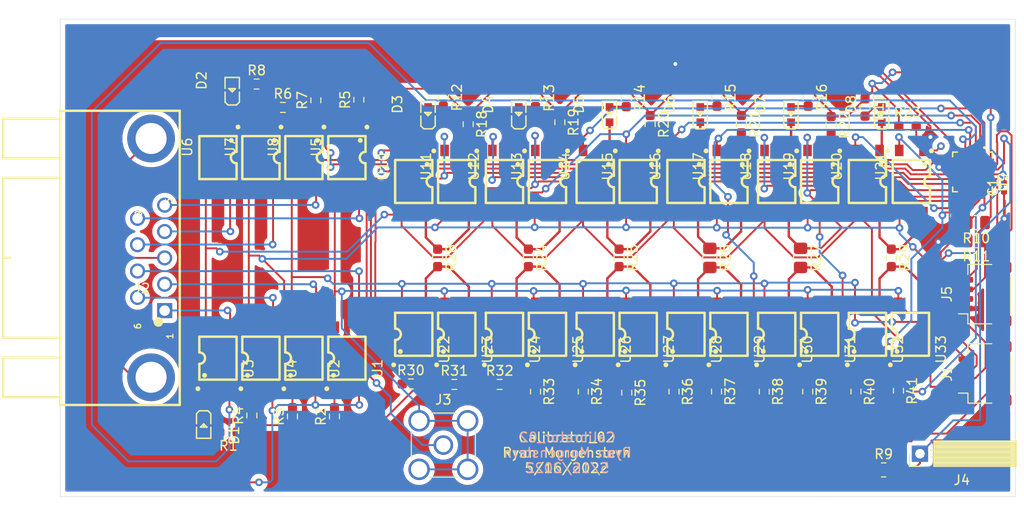
<source format=kicad_pcb>
(kicad_pcb (version 20171130) (host pcbnew "(5.1.9)-1")
  (layers (0 F.Cu signal) (31 B.Cu signal) (34 B.Paste user) (35 F.Paste user) (36 B.SilkS user) (37 F.SilkS user) (38 B.Mask user) (39 F.Mask user) (44 Edge.Cuts user))
  (net 0 "")
  (net 1 GND)
  (net 2 +3V3)
  (net 3 "Net-(D1-Pad1)")
  (net 4 "Net-(D2-Pad1)")
  (net 5 "Net-(D3-Pad1)")
  (net 6 "Net-(D4-Pad1)")
  (net 7 "Net-(D5-Pad1)")
  (net 8 "Net-(D6-Pad1)")
  (net 9 "Net-(D7-Pad1)")
  (net 10 "Net-(D8-Pad1)")
  (net 11 GNDS)
  (net 12 /I+)
  (net 13 /I-)
  (net 14 /I_2+)
  (net 15 /I_2-)
  (net 16 /V+)
  (net 17 /V-)
  (net 18 /V_2+)
  (net 19 /V_2-)
  (net 20 /Resistor_Network/V-)
  (net 21 /Resistor_Network/I-)
  (net 22 /Resistor_Network/V+)
  (net 23 /Resistor_Network/I+)
  (net 24 "Net-(R4-Pad2)")
  (net 25 "Net-(R5-Pad1)")
  (net 26 "Net-(R7-Pad1)")
  (net 27 /I_01)
  (net 28 /I_00)
  (net 29 /I_03)
  (net 30 /I_02)
  (net 31 /I_17)
  (net 32 /I_16)
  (net 33 /I_15)
  (net 34 /I_14)
  (net 35 /I_07)
  (net 36 /I_06)
  (net 37 /I_05)
  (net 38 /I_04)
  (net 39 /I_13)
  (net 40 /I_12)
  (net 41 /I_11)
  (net 42 /I_10)
  (net 43 "Net-(R6-Pad1)")
  (net 44 "Net-(D1-Pad2)")
  (net 45 "Net-(D2-Pad2)")
  (net 46 "Net-(D3-Pad2)")
  (net 47 "Net-(D4-Pad2)")
  (net 48 "Net-(D5-Pad2)")
  (net 49 "Net-(D6-Pad2)")
  (net 50 "Net-(D7-Pad2)")
  (net 51 "Net-(D8-Pad2)")
  (net 52 "Net-(R24-Pad2)")
  (net 53 "Net-(R25-Pad2)")
  (net 54 "Net-(R26-Pad2)")
  (net 55 "Net-(R27-Pad2)")
  (net 56 "Net-(R28-Pad2)")
  (net 57 "Net-(R29-Pad2)")
  (net 58 "Net-(R30-Pad1)")
  (net 59 "Net-(R31-Pad1)")
  (net 60 "Net-(R32-Pad1)")
  (net 61 "Net-(R33-Pad1)")
  (net 62 "Net-(R34-Pad1)")
  (net 63 "Net-(R35-Pad1)")
  (net 64 "Net-(R36-Pad1)")
  (net 65 "Net-(R37-Pad1)")
  (net 66 "Net-(R38-Pad1)")
  (net 67 "Net-(R39-Pad1)")
  (net 68 "Net-(R40-Pad1)")
  (net 69 "Net-(R41-Pad1)")
  (net 70 "Net-(J4-Pad1)")
  (net 71 "Net-(J5-Pad4)")
  (net 72 "Net-(J5-Pad3)")
  (net 73 "Net-(R2-Pad2)")
  (net 74 "Net-(R3-Pad2)")
  (net 75 "Net-(R18-Pad2)")
  (net 76 "Net-(R19-Pad2)")
  (net 77 "Net-(R20-Pad2)")
  (net 78 "Net-(R21-Pad2)")
  (net 79 "Net-(R22-Pad2)")
  (net 80 "Net-(R23-Pad2)")
  (net 81 "Net-(R24-Pad1)")
  (net 82 "Net-(R25-Pad1)")
  (net 83 "Net-(R26-Pad1)")
  (net 84 "Net-(R27-Pad1)")
  (net 85 "Net-(R28-Pad1)")
  (net 86 "Net-(R29-Pad1)")
  (module Resistor_SMD:R_0603_1608Metric_Pad0.98x0.95mm_HandSolder (layer F.Cu) (at 11.05 -18.2)
    (fp_text reference R8 (at 0 -1.43) (layer F.SilkS))
    (fp_text value "95.3 1%")
    (pad 2 smd roundrect (at 0.9125 0) (size 0.975 0.95) (layers F.Cu F.Paste F.Mask) (net 2 +3V3))
    (pad 1 smd roundrect (at -0.9125 0) (size 0.975 0.95) (layers F.Cu F.Paste F.Mask) (net 45 "Net-(D2-Pad2)"))
  )
  (module Resistor_SMD:R_0603_1608Metric_Pad0.98x0.95mm_HandSolder (layer F.Cu) (at 17.25 -16.5 90)
    (fp_text reference R7 (at 0 -1.43 90) (layer F.SilkS))
    (fp_text value "84.5 1%")
    (pad 2 smd roundrect (at 0.9125 0 90) (size 0.975 0.95) (layers F.Cu F.Paste F.Mask) (net 2 +3V3))
    (pad 1 smd roundrect (at -0.9125 0 90) (size 0.975 0.95) (layers F.Cu F.Paste F.Mask) (net 26 "Net-(R7-Pad1)"))
  )
  (module Resistor_SMD:R_0603_1608Metric_Pad0.98x0.95mm_HandSolder (layer F.Cu) (at 13.8 -15.75)
    (fp_text reference R6 (at 0 -1.43) (layer F.SilkS))
    (fp_text value "84.5 1%")
    (pad 2 smd roundrect (at 0.9125 0) (size 0.975 0.95) (layers F.Cu F.Paste F.Mask) (net 2 +3V3))
    (pad 1 smd roundrect (at -0.9125 0) (size 0.975 0.95) (layers F.Cu F.Paste F.Mask) (net 43 "Net-(R6-Pad1)"))
  )
  (module Resistor_SMD:R_0603_1608Metric_Pad0.98x0.95mm_HandSolder (layer F.Cu) (at 21.75 -16.55 90)
    (fp_text reference R5 (at 0 -1.43 90) (layer F.SilkS))
    (fp_text value "84.5 1%")
    (pad 2 smd roundrect (at 0.9125 0 90) (size 0.975 0.95) (layers F.Cu F.Paste F.Mask) (net 2 +3V3))
    (pad 1 smd roundrect (at -0.9125 0 90) (size 0.975 0.95) (layers F.Cu F.Paste F.Mask) (net 25 "Net-(R5-Pad1)"))
  )
  (module Resistor_SMD:R_0603_1608Metric_Pad0.98x0.95mm_HandSolder (layer F.Cu) (at 10.55 16.5 90)
    (fp_text reference R4 (at 0 -1.43 90) (layer F.SilkS))
    (fp_text value "84.5 1%")
    (pad 2 smd roundrect (at 0.9125 0 90) (size 0.975 0.95) (layers F.Cu F.Paste F.Mask) (net 24 "Net-(R4-Pad2)"))
    (pad 1 smd roundrect (at -0.9125 0 90) (size 0.975 0.95) (layers F.Cu F.Paste F.Mask) (net 2 +3V3))
  )
  (module Resistor_SMD:R_0603_1608Metric_Pad0.98x0.95mm_HandSolder (layer F.Cu) (at 14.8 16.6 90)
    (fp_text reference R3 (at 0 -1.43 90) (layer F.SilkS))
    (fp_text value "84.5 1%")
    (pad 2 smd roundrect (at 0.9125 0 90) (size 0.975 0.95) (layers F.Cu F.Paste F.Mask) (net 74 "Net-(R3-Pad2)"))
    (pad 1 smd roundrect (at -0.9125 0 90) (size 0.975 0.95) (layers F.Cu F.Paste F.Mask) (net 2 +3V3))
  )
  (module Resistor_SMD:R_0603_1608Metric_Pad0.98x0.95mm_HandSolder (layer F.Cu) (at 19.2 16.6 90)
    (fp_text reference R2 (at 0 -1.43 90) (layer F.SilkS))
    (fp_text value "84.5 1%")
    (pad 2 smd roundrect (at 0.9125 0 90) (size 0.975 0.95) (layers F.Cu F.Paste F.Mask) (net 73 "Net-(R2-Pad2)"))
    (pad 1 smd roundrect (at -0.9125 0 90) (size 0.975 0.95) (layers F.Cu F.Paste F.Mask) (net 2 +3V3))
  )
  (module Resistor_SMD:R_0603_1608Metric_Pad0.98x0.95mm_HandSolder (layer F.Cu) (at 8.1 18.25 180)
    (fp_text reference R1 (at 0 -1.43) (layer F.SilkS))
    (fp_text value "95.3 1%")
    (pad 2 smd roundrect (at 0.9125 0 180) (size 0.975 0.95) (layers F.Cu F.Paste F.Mask) (net 44 "Net-(D1-Pad2)"))
    (pad 1 smd roundrect (at -0.9125 0 180) (size 0.975 0.95) (layers F.Cu F.Paste F.Mask) (net 2 +3V3))
  )
  (module Resistor_SMD:R_0603_1608Metric_Pad0.98x0.95mm_HandSolder (layer F.Cu) (at 78.25 13.9125 270)
    (fp_text reference R41 (at 0 -1.43 90) (layer F.SilkS))
    (fp_text value "84.5 1%")
    (pad 2 smd roundrect (at 0.9125 0 270) (size 0.975 0.95) (layers F.Cu F.Paste F.Mask) (net 2 +3V3))
    (pad 1 smd roundrect (at -0.9125 0 270) (size 0.975 0.95) (layers F.Cu F.Paste F.Mask) (net 69 "Net-(R41-Pad1)"))
  )
  (module Resistor_SMD:R_0603_1608Metric_Pad0.98x0.95mm_HandSolder (layer F.Cu) (at 73.8 14 270)
    (fp_text reference R40 (at 0 -1.43 90) (layer F.SilkS))
    (fp_text value "84.5 1%")
    (pad 2 smd roundrect (at 0.9125 0 270) (size 0.975 0.95) (layers F.Cu F.Paste F.Mask) (net 2 +3V3))
    (pad 1 smd roundrect (at -0.9125 0 270) (size 0.975 0.95) (layers F.Cu F.Paste F.Mask) (net 68 "Net-(R40-Pad1)"))
  )
  (module Resistor_SMD:R_0603_1608Metric_Pad0.98x0.95mm_HandSolder (layer F.Cu) (at 68.75 14 270)
    (fp_text reference R39 (at 0 -1.43 90) (layer F.SilkS))
    (fp_text value "84.5 1%")
    (pad 2 smd roundrect (at 0.9125 0 270) (size 0.975 0.95) (layers F.Cu F.Paste F.Mask) (net 2 +3V3))
    (pad 1 smd roundrect (at -0.9125 0 270) (size 0.975 0.95) (layers F.Cu F.Paste F.Mask) (net 67 "Net-(R39-Pad1)"))
  )
  (module Resistor_SMD:R_0603_1608Metric_Pad0.98x0.95mm_HandSolder (layer F.Cu) (at 64.2 14 270)
    (fp_text reference R38 (at 0 -1.43 90) (layer F.SilkS))
    (fp_text value "84.5 1%")
    (pad 2 smd roundrect (at 0.9125 0 270) (size 0.975 0.95) (layers F.Cu F.Paste F.Mask) (net 2 +3V3))
    (pad 1 smd roundrect (at -0.9125 0 270) (size 0.975 0.95) (layers F.Cu F.Paste F.Mask) (net 66 "Net-(R38-Pad1)"))
  )
  (module Resistor_SMD:R_0603_1608Metric_Pad0.98x0.95mm_HandSolder (layer F.Cu) (at 59.2 14 270)
    (fp_text reference R37 (at 0 -1.43 90) (layer F.SilkS))
    (fp_text value "84.5 1%")
    (pad 2 smd roundrect (at 0.9125 0 270) (size 0.975 0.95) (layers F.Cu F.Paste F.Mask) (net 2 +3V3))
    (pad 1 smd roundrect (at -0.9125 0 270) (size 0.975 0.95) (layers F.Cu F.Paste F.Mask) (net 65 "Net-(R37-Pad1)"))
  )
  (module Resistor_SMD:R_0603_1608Metric_Pad0.98x0.95mm_HandSolder (layer F.Cu) (at 54.75 14 270)
    (fp_text reference R36 (at 0 -1.43 90) (layer F.SilkS))
    (fp_text value "84.5 1%")
    (pad 2 smd roundrect (at 0.9125 0 270) (size 0.975 0.95) (layers F.Cu F.Paste F.Mask) (net 2 +3V3))
    (pad 1 smd roundrect (at -0.9125 0 270) (size 0.975 0.95) (layers F.Cu F.Paste F.Mask) (net 64 "Net-(R36-Pad1)"))
  )
  (module Resistor_SMD:R_0603_1608Metric_Pad0.98x0.95mm_HandSolder (layer F.Cu) (at 49.8 14.1125 270)
    (fp_text reference R35 (at 0 -1.43 90) (layer F.SilkS))
    (fp_text value "84.5 1%")
    (pad 2 smd roundrect (at 0.9125 0 270) (size 0.975 0.95) (layers F.Cu F.Paste F.Mask) (net 2 +3V3))
    (pad 1 smd roundrect (at -0.9125 0 270) (size 0.975 0.95) (layers F.Cu F.Paste F.Mask) (net 63 "Net-(R35-Pad1)"))
  )
  (module Resistor_SMD:R_0603_1608Metric_Pad0.98x0.95mm_HandSolder (layer F.Cu) (at 45.25 14 270)
    (fp_text reference R34 (at 0 -1.43 90) (layer F.SilkS))
    (fp_text value "84.5 1%")
    (pad 2 smd roundrect (at 0.9125 0 270) (size 0.975 0.95) (layers F.Cu F.Paste F.Mask) (net 2 +3V3))
    (pad 1 smd roundrect (at -0.9125 0 270) (size 0.975 0.95) (layers F.Cu F.Paste F.Mask) (net 62 "Net-(R34-Pad1)"))
  )
  (module Resistor_SMD:R_0603_1608Metric_Pad0.98x0.95mm_HandSolder (layer F.Cu) (at 40.25 14 270)
    (fp_text reference R33 (at 0 -1.43 90) (layer F.SilkS))
    (fp_text value "84.5 1%")
    (pad 2 smd roundrect (at 0.9125 0 270) (size 0.975 0.95) (layers F.Cu F.Paste F.Mask) (net 2 +3V3))
    (pad 1 smd roundrect (at -0.9125 0 270) (size 0.975 0.95) (layers F.Cu F.Paste F.Mask) (net 61 "Net-(R33-Pad1)"))
  )
  (module Resistor_SMD:R_0603_1608Metric_Pad0.98x0.95mm_HandSolder (layer F.Cu) (at 36.5 13.25)
    (fp_text reference R32 (at 0 -1.43) (layer F.SilkS))
    (fp_text value "84.5 1%")
    (pad 2 smd roundrect (at 0.9125 0) (size 0.975 0.95) (layers F.Cu F.Paste F.Mask) (net 2 +3V3))
    (pad 1 smd roundrect (at -0.9125 0) (size 0.975 0.95) (layers F.Cu F.Paste F.Mask) (net 60 "Net-(R32-Pad1)"))
  )
  (module Resistor_SMD:R_0603_1608Metric_Pad0.98x0.95mm_HandSolder (layer F.Cu) (at 31.75 13.25)
    (fp_text reference R31 (at 0 -1.43) (layer F.SilkS))
    (fp_text value "84.5 1%")
    (pad 2 smd roundrect (at 0.9125 0) (size 0.975 0.95) (layers F.Cu F.Paste F.Mask) (net 2 +3V3))
    (pad 1 smd roundrect (at -0.9125 0) (size 0.975 0.95) (layers F.Cu F.Paste F.Mask) (net 59 "Net-(R31-Pad1)"))
  )
  (module Resistor_SMD:R_0603_1608Metric_Pad0.98x0.95mm_HandSolder (layer F.Cu) (at 27.2 13.2)
    (fp_text reference R30 (at 0 -1.43) (layer F.SilkS))
    (fp_text value "84.5 1%")
    (pad 2 smd roundrect (at 0.9125 0) (size 0.975 0.95) (layers F.Cu F.Paste F.Mask) (net 2 +3V3))
    (pad 1 smd roundrect (at -0.9125 0) (size 0.975 0.95) (layers F.Cu F.Paste F.Mask) (net 58 "Net-(R30-Pad1)"))
  )
  (module Resistor_SMD:R_0603_1608Metric_Pad0.98x0.95mm_HandSolder (layer F.Cu) (at 79.2 -13.8)
    (fp_text reference R23 (at 0 -1.43) (layer F.SilkS))
    (fp_text value "84.5 1%")
    (pad 2 smd roundrect (at 0.9125 0) (size 0.975 0.95) (layers F.Cu F.Paste F.Mask) (net 80 "Net-(R23-Pad2)"))
    (pad 1 smd roundrect (at -0.9125 0) (size 0.975 0.95) (layers F.Cu F.Paste F.Mask) (net 2 +3V3))
  )
  (module Resistor_SMD:R_0603_1608Metric_Pad0.98x0.95mm_HandSolder (layer F.Cu) (at 71.2 -13.8875 270)
    (fp_text reference R22 (at 0 -1.43 90) (layer F.SilkS))
    (fp_text value "84.5 1%")
    (pad 2 smd roundrect (at 0.9125 0 270) (size 0.975 0.95) (layers F.Cu F.Paste F.Mask) (net 79 "Net-(R22-Pad2)"))
    (pad 1 smd roundrect (at -0.9125 0 270) (size 0.975 0.95) (layers F.Cu F.Paste F.Mask) (net 2 +3V3))
  )
  (module Resistor_SMD:R_0603_1608Metric_Pad0.98x0.95mm_HandSolder (layer F.Cu) (at 61.8 -14 270)
    (fp_text reference R21 (at 0 -1.43 90) (layer F.SilkS))
    (fp_text value "84.5 1%")
    (pad 2 smd roundrect (at 0.9125 0 270) (size 0.975 0.95) (layers F.Cu F.Paste F.Mask) (net 78 "Net-(R21-Pad2)"))
    (pad 1 smd roundrect (at -0.9125 0 270) (size 0.975 0.95) (layers F.Cu F.Paste F.Mask) (net 2 +3V3))
  )
  (module Resistor_SMD:R_0603_1608Metric_Pad0.98x0.95mm_HandSolder (layer F.Cu) (at 52.25 -14 270)
    (fp_text reference R20 (at 0 -1.43 90) (layer F.SilkS))
    (fp_text value "84.5 1%")
    (pad 2 smd roundrect (at 0.9125 0 270) (size 0.975 0.95) (layers F.Cu F.Paste F.Mask) (net 77 "Net-(R20-Pad2)"))
    (pad 1 smd roundrect (at -0.9125 0 270) (size 0.975 0.95) (layers F.Cu F.Paste F.Mask) (net 2 +3V3))
  )
  (module Resistor_SMD:R_0603_1608Metric_Pad0.98x0.95mm_HandSolder (layer F.Cu) (at 42.8 -14.2 270)
    (fp_text reference R19 (at 0 -1.43 90) (layer F.SilkS))
    (fp_text value "84.5 1%")
    (pad 2 smd roundrect (at 0.9125 0 270) (size 0.975 0.95) (layers F.Cu F.Paste F.Mask) (net 76 "Net-(R19-Pad2)"))
    (pad 1 smd roundrect (at -0.9125 0 270) (size 0.975 0.95) (layers F.Cu F.Paste F.Mask) (net 2 +3V3))
  )
  (module Resistor_SMD:R_0603_1608Metric_Pad0.98x0.95mm_HandSolder (layer F.Cu) (at 33.2 -14 270)
    (fp_text reference R18 (at 0 -1.43 90) (layer F.SilkS))
    (fp_text value "84.5 1%")
    (pad 2 smd roundrect (at 0.9125 0 270) (size 0.975 0.95) (layers F.Cu F.Paste F.Mask) (net 75 "Net-(R18-Pad2)"))
    (pad 1 smd roundrect (at -0.9125 0 270) (size 0.975 0.95) (layers F.Cu F.Paste F.Mask) (net 2 +3V3))
  )
  (module Resistor_SMD:R_0603_1608Metric_Pad0.98x0.95mm_HandSolder (layer F.Cu) (at 74.75 -15.75 270)
    (fp_text reference R17 (at 0 -1.43 90) (layer F.SilkS))
    (fp_text value "95.3 1%")
    (pad 2 smd roundrect (at 0.9125 0 270) (size 0.975 0.95) (layers F.Cu F.Paste F.Mask) (net 51 "Net-(D8-Pad2)"))
    (pad 1 smd roundrect (at -0.9125 0 270) (size 0.975 0.95) (layers F.Cu F.Paste F.Mask) (net 2 +3V3))
  )
  (module Resistor_SMD:R_0603_1608Metric_Pad0.98x0.95mm_HandSolder (layer F.Cu) (at 68.8 -16.8 270)
    (fp_text reference R16 (at 0 -1.43 90) (layer F.SilkS))
    (fp_text value "95.3 1%")
    (pad 2 smd roundrect (at 0.9125 0 270) (size 0.975 0.95) (layers F.Cu F.Paste F.Mask) (net 50 "Net-(D7-Pad2)"))
    (pad 1 smd roundrect (at -0.9125 0 270) (size 0.975 0.95) (layers F.Cu F.Paste F.Mask) (net 2 +3V3))
  )
  (module Resistor_SMD:R_0603_1608Metric_Pad0.98x0.95mm_HandSolder (layer F.Cu) (at 59.25 -16.8 270)
    (fp_text reference R15 (at 0 -1.43 90) (layer F.SilkS))
    (fp_text value "95.3 1%")
    (pad 2 smd roundrect (at 0.9125 0 270) (size 0.975 0.95) (layers F.Cu F.Paste F.Mask) (net 49 "Net-(D6-Pad2)"))
    (pad 1 smd roundrect (at -0.9125 0 270) (size 0.975 0.95) (layers F.Cu F.Paste F.Mask) (net 2 +3V3))
  )
  (module Resistor_SMD:R_0603_1608Metric_Pad0.98x0.95mm_HandSolder (layer F.Cu) (at 49.75 -16.75 270)
    (fp_text reference R14 (at 0 -1.43 90) (layer F.SilkS))
    (fp_text value "95.3 1%")
    (pad 2 smd roundrect (at 0.9125 0 270) (size 0.975 0.95) (layers F.Cu F.Paste F.Mask) (net 48 "Net-(D5-Pad2)"))
    (pad 1 smd roundrect (at -0.9125 0 270) (size 0.975 0.95) (layers F.Cu F.Paste F.Mask) (net 2 +3V3))
  )
  (module Resistor_SMD:R_0603_1608Metric_Pad0.98x0.95mm_HandSolder (layer F.Cu) (at 40.25 -16.75 270)
    (fp_text reference R13 (at 0 -1.43 90) (layer F.SilkS))
    (fp_text value "95.3 1%")
    (pad 2 smd roundrect (at 0.9125 0 270) (size 0.975 0.95) (layers F.Cu F.Paste F.Mask) (net 47 "Net-(D4-Pad2)"))
    (pad 1 smd roundrect (at -0.9125 0 270) (size 0.975 0.95) (layers F.Cu F.Paste F.Mask) (net 2 +3V3))
  )
  (module Resistor_SMD:R_0603_1608Metric_Pad0.98x0.95mm_HandSolder (layer F.Cu) (at 30.6 -16.8 270)
    (fp_text reference R12 (at 0 -1.43 90) (layer F.SilkS))
    (fp_text value "95.3 1%")
    (pad 2 smd roundrect (at 0.9125 0 270) (size 0.975 0.95) (layers F.Cu F.Paste F.Mask) (net 46 "Net-(D3-Pad2)"))
    (pad 1 smd roundrect (at -0.9125 0 270) (size 0.975 0.95) (layers F.Cu F.Paste F.Mask) (net 2 +3V3))
  )
  (module Connector_PinSocket_2.54mm:PinSocket_1x01_P2.54mm_Horizontal (layer F.Cu) (at 80.5 20.5 180)
    (fp_text reference J4 (at -4.38 -2.77) (layer F.SilkS))
    (fp_text value Conn_01x01_Female)
    (pad 1 thru_hole rect (at 0 0 180) (size 1.7 1.7) (drill 1) (layers *.Cu *.Mask) (net 70 "Net-(J4-Pad1)"))
  )
  (module Connector_Coaxial:SMA_Amphenol_901-144_Vertical (layer F.Cu) (at 30.6 19.6)
    (fp_text reference J3 (at 0 -4.75) (layer F.SilkS))
    (fp_text value Conn_Coaxial)
    (pad 2 thru_hole circle (at -2.54 2.54) (size 2.25 2.25) (drill 1.7) (layers *.Cu *.Mask) (net 20 /Resistor_Network/V-))
    (pad 2 thru_hole circle (at -2.54 -2.54) (size 2.25 2.25) (drill 1.7) (layers *.Cu *.Mask) (net 20 /Resistor_Network/V-))
    (pad 2 thru_hole circle (at 2.54 -2.54) (size 2.25 2.25) (drill 1.7) (layers *.Cu *.Mask) (net 20 /Resistor_Network/V-))
    (pad 2 thru_hole circle (at 2.54 2.54) (size 2.25 2.25) (drill 1.7) (layers *.Cu *.Mask) (net 20 /Resistor_Network/V-))
    (pad 1 thru_hole circle (at 0 0) (size 2.05 2.05) (drill 1.5) (layers *.Cu *.Mask) (net 22 /Resistor_Network/V+))
  )
  (module 0_Resistor_02:SOP-4_L3.9-W4.4-P2.54-LS7.0-BR (layer F.Cu) (at 79.5 8 270)
    (fp_text reference U33 (at 0 -3.207 90) (layer F.SilkS) (effects (justify right)))
    (fp_text value KAQY214STLD)
    (pad 4 smd rect (at -3.25 1.27 90) (size 1.199 0.9) (layers F.Cu F.Paste F.Mask) (net 20 /Resistor_Network/V-))
    (pad 3 smd rect (at -3.25 -1.27 90) (size 1.199 0.9) (layers F.Cu F.Paste F.Mask) (net 57 "Net-(R29-Pad2)"))
    (pad 2 smd rect (at 3.25 -1.27 90) (size 1.199 0.9) (layers F.Cu F.Paste F.Mask) (net 31 /I_17))
    (pad 1 smd rect (at 3.25 1.27 90) (size 1.199 0.9) (layers F.Cu F.Paste F.Mask) (net 69 "Net-(R41-Pad1)"))
  )
  (module 0_Resistor_02:SOP-4_L3.9-W4.4-P2.54-LS7.0-BR (layer F.Cu) (at 79.6 -8 90)
    (fp_text reference U21 (at 0 -3.207 90) (layer F.SilkS) (effects (justify left)))
    (fp_text value KAQY214STLD)
    (pad 4 smd rect (at -3.25 1.27 270) (size 1.199 0.9) (layers F.Cu F.Paste F.Mask) (net 86 "Net-(R29-Pad1)"))
    (pad 3 smd rect (at -3.25 -1.27 270) (size 1.199 0.9) (layers F.Cu F.Paste F.Mask) (net 22 /Resistor_Network/V+))
    (pad 2 smd rect (at 3.25 -1.27 270) (size 1.199 0.9) (layers F.Cu F.Paste F.Mask) (net 31 /I_17))
    (pad 1 smd rect (at 3.25 1.27 270) (size 1.199 0.9) (layers F.Cu F.Paste F.Mask) (net 80 "Net-(R23-Pad2)"))
  )
  (module 0_Resistor_02:SOP-4_L3.9-W4.4-P2.54-LS7.0-BR (layer F.Cu) (at 75 8 270)
    (fp_text reference U32 (at 0 -3.207 90) (layer F.SilkS) (effects (justify right)))
    (fp_text value KAQY214STLD)
    (pad 4 smd rect (at -3.25 1.27 90) (size 1.199 0.9) (layers F.Cu F.Paste F.Mask) (net 21 /Resistor_Network/I-))
    (pad 3 smd rect (at -3.25 -1.27 90) (size 1.199 0.9) (layers F.Cu F.Paste F.Mask) (net 57 "Net-(R29-Pad2)"))
    (pad 2 smd rect (at 3.25 -1.27 90) (size 1.199 0.9) (layers F.Cu F.Paste F.Mask) (net 31 /I_17))
    (pad 1 smd rect (at 3.25 1.27 90) (size 1.199 0.9) (layers F.Cu F.Paste F.Mask) (net 68 "Net-(R40-Pad1)"))
  )
  (module 0_Resistor_02:SOP-4_L3.9-W4.4-P2.54-LS7.0-BR (layer F.Cu) (at 75 -8 90)
    (fp_text reference U20 (at 0 -3.207 90) (layer F.SilkS) (effects (justify left)))
    (fp_text value KAQY214STLD)
    (pad 4 smd rect (at -3.25 1.27 270) (size 1.199 0.9) (layers F.Cu F.Paste F.Mask) (net 86 "Net-(R29-Pad1)"))
    (pad 3 smd rect (at -3.25 -1.27 270) (size 1.199 0.9) (layers F.Cu F.Paste F.Mask) (net 23 /Resistor_Network/I+))
    (pad 2 smd rect (at 3.25 -1.27 270) (size 1.199 0.9) (layers F.Cu F.Paste F.Mask) (net 32 /I_16))
    (pad 1 smd rect (at 3.25 1.27 270) (size 1.199 0.9) (layers F.Cu F.Paste F.Mask) (net 10 "Net-(D8-Pad1)"))
  )
  (module 0_Resistor_02:SOP-4_L3.9-W4.4-P2.54-LS7.0-BR (layer F.Cu) (at 70 8 270)
    (fp_text reference U31 (at 0 -3.207 90) (layer F.SilkS) (effects (justify right)))
    (fp_text value KAQY214STLD)
    (pad 4 smd rect (at -3.25 1.27 90) (size 1.199 0.9) (layers F.Cu F.Paste F.Mask) (net 20 /Resistor_Network/V-))
    (pad 3 smd rect (at -3.25 -1.27 90) (size 1.199 0.9) (layers F.Cu F.Paste F.Mask) (net 55 "Net-(R27-Pad2)"))
    (pad 2 smd rect (at 3.25 -1.27 90) (size 1.199 0.9) (layers F.Cu F.Paste F.Mask) (net 33 /I_15))
    (pad 1 smd rect (at 3.25 1.27 90) (size 1.199 0.9) (layers F.Cu F.Paste F.Mask) (net 67 "Net-(R39-Pad1)"))
  )
  (module 0_Resistor_02:SOP-4_L3.9-W4.4-P2.54-LS7.0-BR (layer F.Cu) (at 70 -8 90)
    (fp_text reference U19 (at 0 -3.207 90) (layer F.SilkS) (effects (justify left)))
    (fp_text value KAQY214STLD)
    (pad 4 smd rect (at -3.25 1.27 270) (size 1.199 0.9) (layers F.Cu F.Paste F.Mask) (net 84 "Net-(R27-Pad1)"))
    (pad 3 smd rect (at -3.25 -1.27 270) (size 1.199 0.9) (layers F.Cu F.Paste F.Mask) (net 22 /Resistor_Network/V+))
    (pad 2 smd rect (at 3.25 -1.27 270) (size 1.199 0.9) (layers F.Cu F.Paste F.Mask) (net 33 /I_15))
    (pad 1 smd rect (at 3.25 1.27 270) (size 1.199 0.9) (layers F.Cu F.Paste F.Mask) (net 79 "Net-(R22-Pad2)"))
  )
  (module 0_Resistor_02:SOP-4_L3.9-W4.4-P2.54-LS7.0-BR (layer F.Cu) (at 65.5 8 270)
    (fp_text reference U30 (at 0 -3.207 90) (layer F.SilkS) (effects (justify right)))
    (fp_text value KAQY214STLD)
    (pad 4 smd rect (at -3.25 1.27 90) (size 1.199 0.9) (layers F.Cu F.Paste F.Mask) (net 21 /Resistor_Network/I-))
    (pad 3 smd rect (at -3.25 -1.27 90) (size 1.199 0.9) (layers F.Cu F.Paste F.Mask) (net 55 "Net-(R27-Pad2)"))
    (pad 2 smd rect (at 3.25 -1.27 90) (size 1.199 0.9) (layers F.Cu F.Paste F.Mask) (net 33 /I_15))
    (pad 1 smd rect (at 3.25 1.27 90) (size 1.199 0.9) (layers F.Cu F.Paste F.Mask) (net 66 "Net-(R38-Pad1)"))
  )
  (module 0_Resistor_02:SOP-4_L3.9-W4.4-P2.54-LS7.0-BR (layer F.Cu) (at 65.5 -8 90)
    (fp_text reference U18 (at 0 -3.207 90) (layer F.SilkS) (effects (justify left)))
    (fp_text value KAQY214STLD)
    (pad 4 smd rect (at -3.25 1.27 270) (size 1.199 0.9) (layers F.Cu F.Paste F.Mask) (net 84 "Net-(R27-Pad1)"))
    (pad 3 smd rect (at -3.25 -1.27 270) (size 1.199 0.9) (layers F.Cu F.Paste F.Mask) (net 23 /Resistor_Network/I+))
    (pad 2 smd rect (at 3.25 -1.27 270) (size 1.199 0.9) (layers F.Cu F.Paste F.Mask) (net 34 /I_14))
    (pad 1 smd rect (at 3.25 1.27 270) (size 1.199 0.9) (layers F.Cu F.Paste F.Mask) (net 9 "Net-(D7-Pad1)"))
  )
  (module 0_Resistor_02:SOP-4_L3.9-W4.4-P2.54-LS7.0-BR (layer F.Cu) (at 60.5 8 270)
    (fp_text reference U29 (at 0 -3.207 90) (layer F.SilkS) (effects (justify right)))
    (fp_text value KAQY214STLD)
    (pad 4 smd rect (at -3.25 1.27 90) (size 1.199 0.9) (layers F.Cu F.Paste F.Mask) (net 20 /Resistor_Network/V-))
    (pad 3 smd rect (at -3.25 -1.27 90) (size 1.199 0.9) (layers F.Cu F.Paste F.Mask) (net 54 "Net-(R26-Pad2)"))
    (pad 2 smd rect (at 3.25 -1.27 90) (size 1.199 0.9) (layers F.Cu F.Paste F.Mask) (net 39 /I_13))
    (pad 1 smd rect (at 3.25 1.27 90) (size 1.199 0.9) (layers F.Cu F.Paste F.Mask) (net 65 "Net-(R37-Pad1)"))
  )
  (module 0_Resistor_02:SOP-4_L3.9-W4.4-P2.54-LS7.0-BR (layer F.Cu) (at 60.5 -8 90)
    (fp_text reference U17 (at 0 -3.207 90) (layer F.SilkS) (effects (justify left)))
    (fp_text value KAQY214STLD)
    (pad 4 smd rect (at -3.25 1.27 270) (size 1.199 0.9) (layers F.Cu F.Paste F.Mask) (net 83 "Net-(R26-Pad1)"))
    (pad 3 smd rect (at -3.25 -1.27 270) (size 1.199 0.9) (layers F.Cu F.Paste F.Mask) (net 22 /Resistor_Network/V+))
    (pad 2 smd rect (at 3.25 -1.27 270) (size 1.199 0.9) (layers F.Cu F.Paste F.Mask) (net 39 /I_13))
    (pad 1 smd rect (at 3.25 1.27 270) (size 1.199 0.9) (layers F.Cu F.Paste F.Mask) (net 78 "Net-(R21-Pad2)"))
  )
  (module 0_Resistor_02:SOP-4_L3.9-W4.4-P2.54-LS7.0-BR (layer F.Cu) (at 56 8 270)
    (fp_text reference U28 (at 0 -3.207 90) (layer F.SilkS) (effects (justify right)))
    (fp_text value KAQY214STLD)
    (pad 4 smd rect (at -3.25 1.27 90) (size 1.199 0.9) (layers F.Cu F.Paste F.Mask) (net 21 /Resistor_Network/I-))
    (pad 3 smd rect (at -3.25 -1.27 90) (size 1.199 0.9) (layers F.Cu F.Paste F.Mask) (net 54 "Net-(R26-Pad2)"))
    (pad 2 smd rect (at 3.25 -1.27 90) (size 1.199 0.9) (layers F.Cu F.Paste F.Mask) (net 39 /I_13))
    (pad 1 smd rect (at 3.25 1.27 90) (size 1.199 0.9) (layers F.Cu F.Paste F.Mask) (net 64 "Net-(R36-Pad1)"))
  )
  (module 0_Resistor_02:SOP-4_L3.9-W4.4-P2.54-LS7.0-BR (layer F.Cu) (at 56 -8 90)
    (fp_text reference U16 (at 0 -3.207 90) (layer F.SilkS) (effects (justify left)))
    (fp_text value KAQY214STLD)
    (pad 4 smd rect (at -3.25 1.27 270) (size 1.199 0.9) (layers F.Cu F.Paste F.Mask) (net 83 "Net-(R26-Pad1)"))
    (pad 3 smd rect (at -3.25 -1.27 270) (size 1.199 0.9) (layers F.Cu F.Paste F.Mask) (net 23 /Resistor_Network/I+))
    (pad 2 smd rect (at 3.25 -1.27 270) (size 1.199 0.9) (layers F.Cu F.Paste F.Mask) (net 40 /I_12))
    (pad 1 smd rect (at 3.25 1.27 270) (size 1.199 0.9) (layers F.Cu F.Paste F.Mask) (net 8 "Net-(D6-Pad1)"))
  )
  (module 0_Resistor_02:SOP-4_L3.9-W4.4-P2.54-LS7.0-BR (layer F.Cu) (at 51 8 270)
    (fp_text reference U27 (at 0 -3.207 90) (layer F.SilkS) (effects (justify right)))
    (fp_text value KAQY214STLD)
    (pad 4 smd rect (at -3.25 1.27 90) (size 1.199 0.9) (layers F.Cu F.Paste F.Mask) (net 20 /Resistor_Network/V-))
    (pad 3 smd rect (at -3.25 -1.27 90) (size 1.199 0.9) (layers F.Cu F.Paste F.Mask) (net 53 "Net-(R25-Pad2)"))
    (pad 2 smd rect (at 3.25 -1.27 90) (size 1.199 0.9) (layers F.Cu F.Paste F.Mask) (net 41 /I_11))
    (pad 1 smd rect (at 3.25 1.27 90) (size 1.199 0.9) (layers F.Cu F.Paste F.Mask) (net 63 "Net-(R35-Pad1)"))
  )
  (module 0_Resistor_02:SOP-4_L3.9-W4.4-P2.54-LS7.0-BR (layer F.Cu) (at 46.5 8 270)
    (fp_text reference U26 (at 0 -3.207 90) (layer F.SilkS) (effects (justify right)))
    (fp_text value KAQY214STLD)
    (pad 4 smd rect (at -3.25 1.27 90) (size 1.199 0.9) (layers F.Cu F.Paste F.Mask) (net 21 /Resistor_Network/I-))
    (pad 3 smd rect (at -3.25 -1.27 90) (size 1.199 0.9) (layers F.Cu F.Paste F.Mask) (net 53 "Net-(R25-Pad2)"))
    (pad 2 smd rect (at 3.25 -1.27 90) (size 1.199 0.9) (layers F.Cu F.Paste F.Mask) (net 41 /I_11))
    (pad 1 smd rect (at 3.25 1.27 90) (size 1.199 0.9) (layers F.Cu F.Paste F.Mask) (net 62 "Net-(R34-Pad1)"))
  )
  (module 0_Resistor_02:SOP-4_L3.9-W4.4-P2.54-LS7.0-BR (layer F.Cu) (at 41.5 8 270)
    (fp_text reference U25 (at 0 -3.207 90) (layer F.SilkS) (effects (justify right)))
    (fp_text value KAQY214STLD)
    (pad 4 smd rect (at -3.25 1.27 90) (size 1.199 0.9) (layers F.Cu F.Paste F.Mask) (net 20 /Resistor_Network/V-))
    (pad 3 smd rect (at -3.25 -1.27 90) (size 1.199 0.9) (layers F.Cu F.Paste F.Mask) (net 52 "Net-(R24-Pad2)"))
    (pad 2 smd rect (at 3.25 -1.27 90) (size 1.199 0.9) (layers F.Cu F.Paste F.Mask) (net 35 /I_07))
    (pad 1 smd rect (at 3.25 1.27 90) (size 1.199 0.9) (layers F.Cu F.Paste F.Mask) (net 61 "Net-(R33-Pad1)"))
  )
  (module 0_Resistor_02:SOP-4_L3.9-W4.4-P2.54-LS7.0-BR (layer F.Cu) (at 37 8 270)
    (fp_text reference U24 (at 0 -3.207 90) (layer F.SilkS) (effects (justify right)))
    (fp_text value KAQY214STLD)
    (pad 4 smd rect (at -3.25 1.27 90) (size 1.199 0.9) (layers F.Cu F.Paste F.Mask) (net 21 /Resistor_Network/I-))
    (pad 3 smd rect (at -3.25 -1.27 90) (size 1.199 0.9) (layers F.Cu F.Paste F.Mask) (net 52 "Net-(R24-Pad2)"))
    (pad 2 smd rect (at 3.25 -1.27 90) (size 1.199 0.9) (layers F.Cu F.Paste F.Mask) (net 35 /I_07))
    (pad 1 smd rect (at 3.25 1.27 90) (size 1.199 0.9) (layers F.Cu F.Paste F.Mask) (net 60 "Net-(R32-Pad1)"))
  )
  (module 0_Resistor_02:SOP-4_L3.9-W4.4-P2.54-LS7.0-BR (layer F.Cu) (at 32 8 270)
    (fp_text reference U23 (at 0 -3.207 90) (layer F.SilkS) (effects (justify right)))
    (fp_text value KAQY214STLD)
    (pad 4 smd rect (at -3.25 1.27 90) (size 1.199 0.9) (layers F.Cu F.Paste F.Mask) (net 20 /Resistor_Network/V-))
    (pad 3 smd rect (at -3.25 -1.27 90) (size 1.199 0.9) (layers F.Cu F.Paste F.Mask) (net 56 "Net-(R28-Pad2)"))
    (pad 2 smd rect (at 3.25 -1.27 90) (size 1.199 0.9) (layers F.Cu F.Paste F.Mask) (net 37 /I_05))
    (pad 1 smd rect (at 3.25 1.27 90) (size 1.199 0.9) (layers F.Cu F.Paste F.Mask) (net 59 "Net-(R31-Pad1)"))
  )
  (module 0_Resistor_02:SOP-4_L3.9-W4.4-P2.54-LS7.0-BR (layer F.Cu) (at 27.5 8 270)
    (fp_text reference U22 (at 0 -3.207 90) (layer F.SilkS) (effects (justify right)))
    (fp_text value KAQY214STLD)
    (pad 4 smd rect (at -3.25 1.27 90) (size 1.199 0.9) (layers F.Cu F.Paste F.Mask) (net 21 /Resistor_Network/I-))
    (pad 3 smd rect (at -3.25 -1.27 90) (size 1.199 0.9) (layers F.Cu F.Paste F.Mask) (net 56 "Net-(R28-Pad2)"))
    (pad 2 smd rect (at 3.25 -1.27 90) (size 1.199 0.9) (layers F.Cu F.Paste F.Mask) (net 37 /I_05))
    (pad 1 smd rect (at 3.25 1.27 90) (size 1.199 0.9) (layers F.Cu F.Paste F.Mask) (net 58 "Net-(R30-Pad1)"))
  )
  (module 0_Resistor_02:SOP-4_L3.9-W4.4-P2.54-LS7.0-BR (layer F.Cu) (at 51 -8 90)
    (fp_text reference U15 (at 0 -3.207 90) (layer F.SilkS) (effects (justify left)))
    (fp_text value KAQY214STLD)
    (pad 4 smd rect (at -3.25 1.27 270) (size 1.199 0.9) (layers F.Cu F.Paste F.Mask) (net 82 "Net-(R25-Pad1)"))
    (pad 3 smd rect (at -3.25 -1.27 270) (size 1.199 0.9) (layers F.Cu F.Paste F.Mask) (net 22 /Resistor_Network/V+))
    (pad 2 smd rect (at 3.25 -1.27 270) (size 1.199 0.9) (layers F.Cu F.Paste F.Mask) (net 41 /I_11))
    (pad 1 smd rect (at 3.25 1.27 270) (size 1.199 0.9) (layers F.Cu F.Paste F.Mask) (net 77 "Net-(R20-Pad2)"))
  )
  (module 0_Resistor_02:SOP-4_L3.9-W4.4-P2.54-LS7.0-BR (layer F.Cu) (at 46.5 -8 90)
    (fp_text reference U14 (at 0 -3.207 90) (layer F.SilkS) (effects (justify left)))
    (fp_text value KAQY214STLD)
    (pad 4 smd rect (at -3.25 1.27 270) (size 1.199 0.9) (layers F.Cu F.Paste F.Mask) (net 82 "Net-(R25-Pad1)"))
    (pad 3 smd rect (at -3.25 -1.27 270) (size 1.199 0.9) (layers F.Cu F.Paste F.Mask) (net 23 /Resistor_Network/I+))
    (pad 2 smd rect (at 3.25 -1.27 270) (size 1.199 0.9) (layers F.Cu F.Paste F.Mask) (net 42 /I_10))
    (pad 1 smd rect (at 3.25 1.27 270) (size 1.199 0.9) (layers F.Cu F.Paste F.Mask) (net 7 "Net-(D5-Pad1)"))
  )
  (module 0_Resistor_02:SOP-4_L3.9-W4.4-P2.54-LS7.0-BR (layer F.Cu) (at 41.5 -8 90)
    (fp_text reference U13 (at 0 -3.207 90) (layer F.SilkS) (effects (justify left)))
    (fp_text value KAQY214STLD)
    (pad 4 smd rect (at -3.25 1.27 270) (size 1.199 0.9) (layers F.Cu F.Paste F.Mask) (net 81 "Net-(R24-Pad1)"))
    (pad 3 smd rect (at -3.25 -1.27 270) (size 1.199 0.9) (layers F.Cu F.Paste F.Mask) (net 22 /Resistor_Network/V+))
    (pad 2 smd rect (at 3.25 -1.27 270) (size 1.199 0.9) (layers F.Cu F.Paste F.Mask) (net 35 /I_07))
    (pad 1 smd rect (at 3.25 1.27 270) (size 1.199 0.9) (layers F.Cu F.Paste F.Mask) (net 76 "Net-(R19-Pad2)"))
  )
  (module 0_Resistor_02:SOP-4_L3.9-W4.4-P2.54-LS7.0-BR (layer F.Cu) (at 37 -8 90)
    (fp_text reference U12 (at 0 -3.207 90) (layer F.SilkS) (effects (justify left)))
    (fp_text value KAQY214STLD)
    (pad 4 smd rect (at -3.25 1.27 270) (size 1.199 0.9) (layers F.Cu F.Paste F.Mask) (net 81 "Net-(R24-Pad1)"))
    (pad 3 smd rect (at -3.25 -1.27 270) (size 1.199 0.9) (layers F.Cu F.Paste F.Mask) (net 23 /Resistor_Network/I+))
    (pad 2 smd rect (at 3.25 -1.27 270) (size 1.199 0.9) (layers F.Cu F.Paste F.Mask) (net 36 /I_06))
    (pad 1 smd rect (at 3.25 1.27 270) (size 1.199 0.9) (layers F.Cu F.Paste F.Mask) (net 6 "Net-(D4-Pad1)"))
  )
  (module 0_Resistor_02:SOP-4_L3.9-W4.4-P2.54-LS7.0-BR (layer F.Cu) (at 32 -8 90)
    (fp_text reference U11 (at 0 -3.207 90) (layer F.SilkS) (effects (justify left)))
    (fp_text value KAQY214STLD)
    (pad 4 smd rect (at -3.25 1.27 270) (size 1.199 0.9) (layers F.Cu F.Paste F.Mask) (net 85 "Net-(R28-Pad1)"))
    (pad 3 smd rect (at -3.25 -1.27 270) (size 1.199 0.9) (layers F.Cu F.Paste F.Mask) (net 22 /Resistor_Network/V+))
    (pad 2 smd rect (at 3.25 -1.27 270) (size 1.199 0.9) (layers F.Cu F.Paste F.Mask) (net 37 /I_05))
    (pad 1 smd rect (at 3.25 1.27 270) (size 1.199 0.9) (layers F.Cu F.Paste F.Mask) (net 75 "Net-(R18-Pad2)"))
  )
  (module 0_Resistor_02:SOP-4_L3.9-W4.4-P2.54-LS7.0-BR (layer F.Cu) (at 27.5 -8 90)
    (fp_text reference U10 (at 0 -3.207 90) (layer F.SilkS) (effects (justify left)))
    (fp_text value KAQY214STLD)
    (pad 4 smd rect (at -3.25 1.27 270) (size 1.199 0.9) (layers F.Cu F.Paste F.Mask) (net 85 "Net-(R28-Pad1)"))
    (pad 3 smd rect (at -3.25 -1.27 270) (size 1.199 0.9) (layers F.Cu F.Paste F.Mask) (net 23 /Resistor_Network/I+))
    (pad 2 smd rect (at 3.25 -1.27 270) (size 1.199 0.9) (layers F.Cu F.Paste F.Mask) (net 38 /I_04))
    (pad 1 smd rect (at 3.25 1.27 270) (size 1.199 0.9) (layers F.Cu F.Paste F.Mask) (net 5 "Net-(D3-Pad1)"))
  )
  (module 0_Resistor_02:TQFN-24_L4.0-W4.0-P0.50-TL-EP (layer F.Cu) (at 86 -9 270)
    (fp_text reference U9 (at 0 -3.207 90) (layer F.SilkS) (effects (justify right)))
    (fp_text value AW9523BTQR)
    (pad 1 smd rect (at -1.908 -1.25 270) (size 0.665 0.28) (layers F.Cu F.Paste F.Mask) (net 42 /I_10))
    (pad 2 smd rect (at -1.908 -0.75 270) (size 0.665 0.28) (layers F.Cu F.Paste F.Mask) (net 41 /I_11))
    (pad 3 smd rect (at -1.908 -0.25 270) (size 0.665 0.28) (layers F.Cu F.Paste F.Mask) (net 40 /I_12))
    (pad 4 smd rect (at -1.908 0.25 270) (size 0.665 0.28) (layers F.Cu F.Paste F.Mask) (net 39 /I_13))
    (pad 5 smd rect (at -1.908 0.75 270) (size 0.665 0.28) (layers F.Cu F.Paste F.Mask) (net 28 /I_00))
    (pad 6 smd rect (at -1.908 1.25 270) (size 0.665 0.28) (layers F.Cu F.Paste F.Mask) (net 27 /I_01))
    (pad 7 smd rect (at -1.25 1.908 270) (size 0.28 0.665) (layers F.Cu F.Paste F.Mask) (net 30 /I_02))
    (pad 8 smd rect (at -0.75 1.908 270) (size 0.28 0.665) (layers F.Cu F.Paste F.Mask) (net 29 /I_03))
    (pad 9 smd rect (at -0.25 1.908 270) (size 0.28 0.665) (layers F.Cu F.Paste F.Mask) (net 1 GND))
    (pad 10 smd rect (at 0.25 1.908 270) (size 0.28 0.665) (layers F.Cu F.Paste F.Mask) (net 38 /I_04))
    (pad 11 smd rect (at 0.75 1.908 270) (size 0.28 0.665) (layers F.Cu F.Paste F.Mask) (net 37 /I_05))
    (pad 12 smd rect (at 1.25 1.908 270) (size 0.28 0.665) (layers F.Cu F.Paste F.Mask) (net 36 /I_06))
    (pad 13 smd rect (at 1.908 1.25 270) (size 0.665 0.28) (layers F.Cu F.Paste F.Mask) (net 35 /I_07))
    (pad 14 smd rect (at 1.908 0.75 270) (size 0.665 0.28) (layers F.Cu F.Paste F.Mask) (net 34 /I_14))
    (pad 15 smd rect (at 1.908 0.25 270) (size 0.665 0.28) (layers F.Cu F.Paste F.Mask) (net 33 /I_15))
    (pad 16 smd rect (at 1.908 -0.25 270) (size 0.665 0.28) (layers F.Cu F.Paste F.Mask) (net 32 /I_16))
    (pad 17 smd rect (at 1.908 -0.75 270) (size 0.665 0.28) (layers F.Cu F.Paste F.Mask) (net 31 /I_17))
    (pad 18 smd rect (at 1.908 -1.25 270) (size 0.665 0.28) (layers F.Cu F.Paste F.Mask) (net 2 +3V3))
    (pad 19 smd rect (at 1.25 -1.908 270) (size 0.28 0.665) (layers F.Cu F.Paste F.Mask) (net 71 "Net-(J5-Pad4)"))
    (pad 20 smd rect (at 0.75 -1.908 270) (size 0.28 0.665) (layers F.Cu F.Paste F.Mask) (net 72 "Net-(J5-Pad3)"))
    (pad 21 smd rect (at 0.25 -1.908 270) (size 0.28 0.665) (layers F.Cu F.Paste F.Mask) (net 2 +3V3))
    (pad 22 smd rect (at -0.25 -1.908 270) (size 0.28 0.665) (layers F.Cu F.Paste F.Mask) (net 70 "Net-(J4-Pad1)"))
    (pad 23 smd rect (at -0.75 -1.908 270) (size 0.28 0.665) (layers F.Cu F.Paste F.Mask) (net 2 +3V3))
    (pad 24 smd rect (at -1.25 -1.908 270) (size 0.28 0.665) (layers F.Cu F.Paste F.Mask) (net 2 +3V3))
    (pad 25 smd rect (at 0 0 270) (size 2.65 2.65) (layers F.Cu F.Paste F.Mask) (net 1 GND))
  )
  (module 0_Resistor_02:SOP-4_L3.9-W4.4-P2.54-LS7.0-BR (layer F.Cu) (at 16 -10.5 90)
    (fp_text reference U8 (at 0 -3.207 90) (layer F.SilkS) (effects (justify left)))
    (fp_text value KAQY214STLD)
    (pad 4 smd rect (at -3.25 1.27 270) (size 1.199 0.9) (layers F.Cu F.Paste F.Mask) (net 15 /I_2-))
    (pad 3 smd rect (at -3.25 -1.27 270) (size 1.199 0.9) (layers F.Cu F.Paste F.Mask) (net 21 /Resistor_Network/I-))
    (pad 2 smd rect (at 3.25 -1.27 270) (size 1.199 0.9) (layers F.Cu F.Paste F.Mask) (net 29 /I_03))
    (pad 1 smd rect (at 3.25 1.27 270) (size 1.199 0.9) (layers F.Cu F.Paste F.Mask) (net 26 "Net-(R7-Pad1)"))
  )
  (module 0_Resistor_02:SOP-4_L3.9-W4.4-P2.54-LS7.0-BR (layer F.Cu) (at 11.5 -10.5 90)
    (fp_text reference U7 (at 0 -3.207 90) (layer F.SilkS) (effects (justify left)))
    (fp_text value KAQY214STLD)
    (pad 4 smd rect (at -3.25 1.27 270) (size 1.199 0.9) (layers F.Cu F.Paste F.Mask) (net 18 /V_2+))
    (pad 3 smd rect (at -3.25 -1.27 270) (size 1.199 0.9) (layers F.Cu F.Paste F.Mask) (net 22 /Resistor_Network/V+))
    (pad 2 smd rect (at 3.25 -1.27 270) (size 1.199 0.9) (layers F.Cu F.Paste F.Mask) (net 29 /I_03))
    (pad 1 smd rect (at 3.25 1.27 270) (size 1.199 0.9) (layers F.Cu F.Paste F.Mask) (net 43 "Net-(R6-Pad1)"))
  )
  (module 0_Resistor_02:SOP-4_L3.9-W4.4-P2.54-LS7.0-BR (layer F.Cu) (at 7 -10.5 90)
    (fp_text reference U6 (at 0 -3.207 90) (layer F.SilkS) (effects (justify left)))
    (fp_text value KAQY214STLD)
    (pad 4 smd rect (at -3.25 1.27 270) (size 1.199 0.9) (layers F.Cu F.Paste F.Mask) (net 14 /I_2+))
    (pad 3 smd rect (at -3.25 -1.27 270) (size 1.199 0.9) (layers F.Cu F.Paste F.Mask) (net 23 /Resistor_Network/I+))
    (pad 2 smd rect (at 3.25 -1.27 270) (size 1.199 0.9) (layers F.Cu F.Paste F.Mask) (net 30 /I_02))
    (pad 1 smd rect (at 3.25 1.27 270) (size 1.199 0.9) (layers F.Cu F.Paste F.Mask) (net 4 "Net-(D2-Pad1)"))
  )
  (module 0_Resistor_02:SOP-4_L3.9-W4.4-P2.54-LS7.0-BR (layer F.Cu) (at 20.5 -10.5 90)
    (fp_text reference U5 (at 0 -3.207 90) (layer F.SilkS) (effects (justify left)))
    (fp_text value KAQY214STLD)
    (pad 4 smd rect (at -3.25 1.27 270) (size 1.199 0.9) (layers F.Cu F.Paste F.Mask) (net 19 /V_2-))
    (pad 3 smd rect (at -3.25 -1.27 270) (size 1.199 0.9) (layers F.Cu F.Paste F.Mask) (net 20 /Resistor_Network/V-))
    (pad 2 smd rect (at 3.25 -1.27 270) (size 1.199 0.9) (layers F.Cu F.Paste F.Mask) (net 29 /I_03))
    (pad 1 smd rect (at 3.25 1.27 270) (size 1.199 0.9) (layers F.Cu F.Paste F.Mask) (net 25 "Net-(R5-Pad1)"))
  )
  (module 0_Resistor_02:SOP-4_L3.9-W4.4-P2.54-LS7.0-BR (layer F.Cu) (at 11.5 10.5 270)
    (fp_text reference U4 (at 0 -3.207 90) (layer F.SilkS) (effects (justify right)))
    (fp_text value KAQY214STLD)
    (pad 4 smd rect (at -3.25 1.27 90) (size 1.199 0.9) (layers F.Cu F.Paste F.Mask) (net 22 /Resistor_Network/V+))
    (pad 3 smd rect (at -3.25 -1.27 90) (size 1.199 0.9) (layers F.Cu F.Paste F.Mask) (net 16 /V+))
    (pad 2 smd rect (at 3.25 -1.27 90) (size 1.199 0.9) (layers F.Cu F.Paste F.Mask) (net 27 /I_01))
    (pad 1 smd rect (at 3.25 1.27 90) (size 1.199 0.9) (layers F.Cu F.Paste F.Mask) (net 24 "Net-(R4-Pad2)"))
  )
  (module 0_Resistor_02:SOP-4_L3.9-W4.4-P2.54-LS7.0-BR (layer F.Cu) (at 7 10.5 270)
    (fp_text reference U3 (at 0 -3.207 90) (layer F.SilkS) (effects (justify right)))
    (fp_text value KAQY214STLD)
    (pad 4 smd rect (at -3.25 1.27 90) (size 1.199 0.9) (layers F.Cu F.Paste F.Mask) (net 23 /Resistor_Network/I+))
    (pad 3 smd rect (at -3.25 -1.27 90) (size 1.199 0.9) (layers F.Cu F.Paste F.Mask) (net 12 /I+))
    (pad 2 smd rect (at 3.25 -1.27 90) (size 1.199 0.9) (layers F.Cu F.Paste F.Mask) (net 28 /I_00))
    (pad 1 smd rect (at 3.25 1.27 90) (size 1.199 0.9) (layers F.Cu F.Paste F.Mask) (net 3 "Net-(D1-Pad1)"))
  )
  (module 0_Resistor_02:SOP-4_L3.9-W4.4-P2.54-LS7.0-BR (layer F.Cu) (at 16 10.5 270)
    (fp_text reference U2 (at 0 -3.207 90) (layer F.SilkS) (effects (justify right)))
    (fp_text value KAQY214STLD)
    (pad 4 smd rect (at -3.25 1.27 90) (size 1.199 0.9) (layers F.Cu F.Paste F.Mask) (net 21 /Resistor_Network/I-))
    (pad 3 smd rect (at -3.25 -1.27 90) (size 1.199 0.9) (layers F.Cu F.Paste F.Mask) (net 13 /I-))
    (pad 2 smd rect (at 3.25 -1.27 90) (size 1.199 0.9) (layers F.Cu F.Paste F.Mask) (net 27 /I_01))
    (pad 1 smd rect (at 3.25 1.27 90) (size 1.199 0.9) (layers F.Cu F.Paste F.Mask) (net 74 "Net-(R3-Pad2)"))
  )
  (module 0_Resistor_02:SOP-4_L3.9-W4.4-P2.54-LS7.0-BR (layer F.Cu) (at 20.5 10.5 270)
    (fp_text reference U1 (at 0 -3.207 90) (layer F.SilkS) (effects (justify right)))
    (fp_text value KAQY214STLD)
    (pad 4 smd rect (at -3.25 1.27 90) (size 1.199 0.9) (layers F.Cu F.Paste F.Mask) (net 20 /Resistor_Network/V-))
    (pad 3 smd rect (at -3.25 -1.27 90) (size 1.199 0.9) (layers F.Cu F.Paste F.Mask) (net 17 /V-))
    (pad 2 smd rect (at 3.25 -1.27 90) (size 1.199 0.9) (layers F.Cu F.Paste F.Mask) (net 27 /I_01))
    (pad 1 smd rect (at 3.25 1.27 90) (size 1.199 0.9) (layers F.Cu F.Paste F.Mask) (net 73 "Net-(R2-Pad2)"))
  )
  (module 0_Resistor_02:DSUB-TH_DMR-9S (layer F.Cu) (at 0 0 180)
    (fp_text reference J2 (at 0 -3.207) (layer F.SilkS) (effects (justify right)))
    (fp_text value DB9_Female_MountingHoles)
    (fp_text user 6 (at 1.4 -6.745 270) (layer F.SilkS) (effects (font (size 0.667 0.667) (thickness 0.127)) (justify right)))
    (fp_text user 9 (at 1.3 5.055 270) (layer F.SilkS) (effects (font (size 0.667 0.667) (thickness 0.127)) (justify right)))
    (fp_text user 5 (at -1.877 6.355 270) (layer F.SilkS) (effects (font (size 0.667 0.667) (thickness 0.127)) (justify right)))
    (fp_text user 1 (at -1.979 -7.793 270) (layer F.SilkS) (effects (font (size 0.667 0.667) (thickness 0.127)) (justify right)))
    (pad 0 thru_hole circle (at 0 -12.5 270) (size 5 5) (drill 3.25) (layers *.Cu *.Mask) (net 11 GNDS))
    (pad 9 thru_hole circle (at 1.42 4.14 270) (size 1.575 1.575) (drill 1.1) (layers *.Cu *.Mask) (net 19 /V_2-))
    (pad 8 thru_hole circle (at 1.42 1.38 270) (size 1.575 1.575) (drill 1.1) (layers *.Cu *.Mask) (net 18 /V_2+))
    (pad 7 thru_hole circle (at 1.42 -1.38 270) (size 1.575 1.575) (drill 1.1) (layers *.Cu *.Mask) (net 17 /V-))
    (pad 6 thru_hole circle (at 1.42 -4.14 270) (size 1.575 1.575) (drill 1.1) (layers *.Cu *.Mask) (net 16 /V+))
    (pad 5 thru_hole circle (at -1.42 5.52 270) (size 1.575 1.575) (drill 1.1) (layers *.Cu *.Mask) (net 15 /I_2-))
    (pad 4 thru_hole circle (at -1.42 2.76 270) (size 1.575 1.575) (drill 1.1) (layers *.Cu *.Mask) (net 14 /I_2+))
    (pad 2 thru_hole circle (at -1.42 -2.76 270) (size 1.575 1.575) (drill 1.1) (layers *.Cu *.Mask) (net 13 /I-))
    (pad 1 thru_hole rect (at -1.42 -5.52 270) (size 1.575 1.575) (drill 1.1) (layers *.Cu *.Mask) (net 12 /I+))
    (pad 0 thru_hole circle (at 0 12.5 270) (size 5 5) (drill 3.25) (layers *.Cu *.Mask) (net 11 GNDS))
    (pad 3 thru_hole circle (at -1.42 0 270) (size 1.575 1.575) (drill 1.1) (layers *.Cu *.Mask) (net 11 GNDS))
  )
  (module 0_Resistor_02:LED0603-RD (layer F.Cu) (at 76.5 -15 90)
    (fp_text reference D8 (at 0 -3.207 90) (layer F.SilkS) (effects (justify left)))
    (fp_text value LED)
    (pad 2 smd rect (at 0.799 -0.003 180) (size 0.8 0.8) (layers F.Cu F.Paste F.Mask) (net 51 "Net-(D8-Pad2)"))
    (pad 1 smd rect (at -0.799 0.003 180) (size 0.8 0.8) (layers F.Cu F.Paste F.Mask) (net 10 "Net-(D8-Pad1)"))
  )
  (module 0_Resistor_02:LED0603-RD (layer F.Cu) (at 67 -15 90)
    (fp_text reference D7 (at 0 -3.207 90) (layer F.SilkS) (effects (justify left)))
    (fp_text value LED)
    (pad 2 smd rect (at 0.799 -0.003 180) (size 0.8 0.8) (layers F.Cu F.Paste F.Mask) (net 50 "Net-(D7-Pad2)"))
    (pad 1 smd rect (at -0.799 0.003 180) (size 0.8 0.8) (layers F.Cu F.Paste F.Mask) (net 9 "Net-(D7-Pad1)"))
  )
  (module 0_Resistor_02:LED0603-RD (layer F.Cu) (at 57.5 -15 90)
    (fp_text reference D6 (at 0 -3.207 90) (layer F.SilkS) (effects (justify left)))
    (fp_text value LED)
    (pad 2 smd rect (at 0.799 -0.003 180) (size 0.8 0.8) (layers F.Cu F.Paste F.Mask) (net 49 "Net-(D6-Pad2)"))
    (pad 1 smd rect (at -0.799 0.003 180) (size 0.8 0.8) (layers F.Cu F.Paste F.Mask) (net 8 "Net-(D6-Pad1)"))
  )
  (module 0_Resistor_02:LED0603-RD (layer F.Cu) (at 48 -15 90)
    (fp_text reference D5 (at 0 -3.207 90) (layer F.SilkS) (effects (justify left)))
    (fp_text value LED)
    (pad 2 smd rect (at 0.799 -0.003 180) (size 0.8 0.8) (layers F.Cu F.Paste F.Mask) (net 48 "Net-(D5-Pad2)"))
    (pad 1 smd rect (at -0.799 0.003 180) (size 0.8 0.8) (layers F.Cu F.Paste F.Mask) (net 7 "Net-(D5-Pad1)"))
  )
  (module 0_Resistor_02:LED0603-RD (layer F.Cu) (at 38.5 -15 90)
    (fp_text reference D4 (at 0 -3.207 90) (layer F.SilkS) (effects (justify left)))
    (fp_text value LED)
    (pad 2 smd rect (at 0.799 -0.003 180) (size 0.8 0.8) (layers F.Cu F.Paste F.Mask) (net 47 "Net-(D4-Pad2)"))
    (pad 1 smd rect (at -0.799 0.003 180) (size 0.8 0.8) (layers F.Cu F.Paste F.Mask) (net 6 "Net-(D4-Pad1)"))
  )
  (module 0_Resistor_02:LED0603-RD (layer F.Cu) (at 29 -15 90)
    (fp_text reference D3 (at 0 -3.207 90) (layer F.SilkS) (effects (justify left)))
    (fp_text value LED)
    (pad 2 smd rect (at 0.799 -0.003 180) (size 0.8 0.8) (layers F.Cu F.Paste F.Mask) (net 46 "Net-(D3-Pad2)"))
    (pad 1 smd rect (at -0.799 0.003 180) (size 0.8 0.8) (layers F.Cu F.Paste F.Mask) (net 5 "Net-(D3-Pad1)"))
  )
  (module 0_Resistor_02:LED0603-RD (layer F.Cu) (at 5.5 17.5 270)
    (fp_text reference D1 (at 0 -3.207 90) (layer F.SilkS) (effects (justify right)))
    (fp_text value LED)
    (pad 2 smd rect (at 0.799 -0.003) (size 0.8 0.8) (layers F.Cu F.Paste F.Mask) (net 44 "Net-(D1-Pad2)"))
    (pad 1 smd rect (at -0.799 0.003) (size 0.8 0.8) (layers F.Cu F.Paste F.Mask) (net 3 "Net-(D1-Pad1)"))
  )
  (module 0_Resistor_02:LED0603-RD (layer F.Cu) (at 8.5 -17.5 90)
    (fp_text reference D2 (at 0 -3.207 90) (layer F.SilkS) (effects (justify left)))
    (fp_text value LED)
    (pad 2 smd rect (at 0.799 -0.003 180) (size 0.8 0.8) (layers F.Cu F.Paste F.Mask) (net 45 "Net-(D2-Pad2)"))
    (pad 1 smd rect (at -0.799 0.003 180) (size 0.8 0.8) (layers F.Cu F.Paste F.Mask) (net 4 "Net-(D2-Pad1)"))
  )
  (module Resistor_SMD:R_0805_2012Metric (layer F.Cu) (at 76.7 22.2)
    (fp_text reference R9 (at 0 -1.65) (layer F.SilkS))
    (fp_text value 4.7K)
    (pad 2 smd roundrect (at 0.9125 0) (size 1.025 1.4) (layers F.Cu F.Paste F.Mask) (roundrect_rratio 0.2439004878048781) (net 70 "Net-(J4-Pad1)"))
    (pad 1 smd roundrect (at -0.9125 0) (size 1.025 1.4) (layers F.Cu F.Paste F.Mask) (roundrect_rratio 0.2439004878048781) (net 2 +3V3))
  )
  (module Resistor_SMD:R_0805_2012Metric (layer F.Cu) (at 86.4 -3.7 180)
    (fp_text reference R10 (at 0 -1.65) (layer F.SilkS))
    (fp_text value 4.7K)
    (pad 2 smd roundrect (at 0.9125 0 180) (size 1.025 1.4) (layers F.Cu F.Paste F.Mask) (roundrect_rratio 0.2439004878048781) (net 2 +3V3))
    (pad 1 smd roundrect (at -0.9125 0 180) (size 1.025 1.4) (layers F.Cu F.Paste F.Mask) (roundrect_rratio 0.2439004878048781) (net 71 "Net-(J5-Pad4)"))
  )
  (module Resistor_SMD:R_0603_1608Metric_Pad0.98x0.95mm_HandSolder (layer F.Cu) (at 77.5 0 270)
    (fp_text reference R29 (at 0 -1.43 90) (layer F.SilkS))
    (fp_text value 200K_0.1%)
    (pad 2 smd roundrect (at 0.9125 0 270) (size 0.975 0.95) (layers F.Cu F.Paste F.Mask) (net 57 "Net-(R29-Pad2)"))
    (pad 1 smd roundrect (at -0.9125 0 270) (size 0.975 0.95) (layers F.Cu F.Paste F.Mask) (net 86 "Net-(R29-Pad1)"))
  )
  (module Resistor_SMD:R_0805_2012Metric (layer F.Cu) (at 86.4 -1.8 180)
    (fp_text reference R11 (at 0 -1.65) (layer F.SilkS))
    (fp_text value 4.7K)
    (pad 2 smd roundrect (at 0.9125 0 180) (size 1.025 1.4) (layers F.Cu F.Paste F.Mask) (roundrect_rratio 0.2439004878048781) (net 2 +3V3))
    (pad 1 smd roundrect (at -0.9125 0 180) (size 1.025 1.4) (layers F.Cu F.Paste F.Mask) (roundrect_rratio 0.2439004878048781) (net 72 "Net-(J5-Pad3)"))
  )
  (module Resistor_SMD:R_0805_2012Metric_Pad1.20x1.40mm_HandSolder (layer F.Cu) (at 68 0 270)
    (fp_text reference R27 (at 0 -1.65 90) (layer F.SilkS))
    (fp_text value 180K_0.1%)
    (pad 2 smd roundrect (at 1 0 270) (size 1.2 1.4) (layers F.Cu F.Paste F.Mask) (roundrect_rratio 0.2083325) (net 55 "Net-(R27-Pad2)"))
    (pad 1 smd roundrect (at -1 0 270) (size 1.2 1.4) (layers F.Cu F.Paste F.Mask) (roundrect_rratio 0.2083325) (net 84 "Net-(R27-Pad1)"))
  )
  (module Resistor_SMD:R_0805_2012Metric_Pad1.20x1.40mm_HandSolder (layer F.Cu) (at 58.5 0 270)
    (fp_text reference R26 (at 0 -1.65 90) (layer F.SilkS))
    (fp_text value 160K_0.1%)
    (pad 2 smd roundrect (at 1 0 270) (size 1.2 1.4) (layers F.Cu F.Paste F.Mask) (roundrect_rratio 0.2083325) (net 54 "Net-(R26-Pad2)"))
    (pad 1 smd roundrect (at -1 0 270) (size 1.2 1.4) (layers F.Cu F.Paste F.Mask) (roundrect_rratio 0.2083325) (net 83 "Net-(R26-Pad1)"))
  )
  (module Resistor_SMD:R_0603_1608Metric_Pad0.98x0.95mm_HandSolder (layer F.Cu) (at 49 0 270)
    (fp_text reference R25 (at 0 -1.43 90) (layer F.SilkS))
    (fp_text value 140K_0.1%)
    (pad 2 smd roundrect (at 0.9125 0 270) (size 0.975 0.95) (layers F.Cu F.Paste F.Mask) (net 53 "Net-(R25-Pad2)"))
    (pad 1 smd roundrect (at -0.9125 0 270) (size 0.975 0.95) (layers F.Cu F.Paste F.Mask) (net 82 "Net-(R25-Pad1)"))
  )
  (module Resistor_SMD:R_0603_1608Metric_Pad0.98x0.95mm_HandSolder (layer F.Cu) (at 39.5 0 270)
    (fp_text reference R24 (at 0 -1.43 90) (layer F.SilkS))
    (fp_text value 120K_0.1%)
    (pad 2 smd roundrect (at 0.9125 0 270) (size 0.975 0.95) (layers F.Cu F.Paste F.Mask) (net 52 "Net-(R24-Pad2)"))
    (pad 1 smd roundrect (at -0.9125 0 270) (size 0.975 0.95) (layers F.Cu F.Paste F.Mask) (net 81 "Net-(R24-Pad1)"))
  )
  (module Resistor_SMD:R_0603_1608Metric_Pad0.98x0.95mm_HandSolder (layer F.Cu) (at 30 0 270)
    (fp_text reference R28 (at 0 -1.43 90) (layer F.SilkS))
    (fp_text value 100K_0.1%)
    (pad 2 smd roundrect (at 0.9125 0 270) (size 0.975 0.95) (layers F.Cu F.Paste F.Mask) (net 56 "Net-(R28-Pad2)"))
    (pad 1 smd roundrect (at -0.9125 0 270) (size 0.975 0.95) (layers F.Cu F.Paste F.Mask) (net 85 "Net-(R28-Pad1)"))
  )
  (module Connector_JST:JST_SH_SM04B-SRSS-TB_1x04-1MP_P1.00mm_Horizontal (layer F.Cu) (at 87.3 3.8 90)
    (fp_text reference J5 (at 0 -3.98 90) (layer F.SilkS))
    (fp_text value Conn_01x04)
    (pad MP smd roundrect (at 2.8 1.875 90) (size 1.2 1.8) (layers F.Cu F.Paste F.Mask) (roundrect_rratio 0.2083325))
    (pad MP smd roundrect (at -2.8 1.875 90) (size 1.2 1.8) (layers F.Cu F.Paste F.Mask) (roundrect_rratio 0.2083325))
    (pad 4 smd roundrect (at 1.5 -2 90) (size 0.6 1.55) (layers F.Cu F.Paste F.Mask) (net 71 "Net-(J5-Pad4)"))
    (pad 3 smd roundrect (at 0.5 -2 90) (size 0.6 1.55) (layers F.Cu F.Paste F.Mask) (net 72 "Net-(J5-Pad3)"))
    (pad 2 smd roundrect (at -0.5 -2 90) (size 0.6 1.55) (layers F.Cu F.Paste F.Mask) (net 2 +3V3))
    (pad 1 smd roundrect (at -1.5 -2 90) (size 0.6 1.55) (layers F.Cu F.Paste F.Mask) (net 1 GND))
  )
  (module Connector_JST:JST_SH_SM04B-SRSS-TB_1x04-1MP_P1.00mm_Horizontal (layer F.Cu) (at 87.31 12.1 90)
    (fp_text reference J1 (at 0 -3.98 90) (layer F.SilkS))
    (fp_text value Conn_01x04)
    (pad MP smd roundrect (at 2.8 1.875 90) (size 1.2 1.8) (layers F.Cu F.Paste F.Mask) (roundrect_rratio 0.2083325))
    (pad MP smd roundrect (at -2.8 1.875 90) (size 1.2 1.8) (layers F.Cu F.Paste F.Mask) (roundrect_rratio 0.2083325))
    (pad 4 smd roundrect (at 1.5 -2 90) (size 0.6 1.55) (layers F.Cu F.Paste F.Mask) (net 21 /Resistor_Network/I-))
    (pad 3 smd roundrect (at 0.5 -2 90) (size 0.6 1.55) (layers F.Cu F.Paste F.Mask) (net 20 /Resistor_Network/V-))
    (pad 2 smd roundrect (at -0.5 -2 90) (size 0.6 1.55) (layers F.Cu F.Paste F.Mask) (net 22 /Resistor_Network/V+))
    (pad 1 smd roundrect (at -1.5 -2 90) (size 0.6 1.55) (layers F.Cu F.Paste F.Mask) (net 23 /Resistor_Network/I+))
  )
  (module Capacitor_SMD:C_0402_1005Metric (layer F.Cu) (at 89.3 -7.38 90)
    (fp_text reference C1 (at 0 -1.16 90) (layer F.SilkS))
    (fp_text value 100nF)
    (pad 2 smd roundrect (at 0.48 0 90) (size 0.56 0.62) (layers F.Cu F.Paste F.Mask) (net 2 +3V3))
    (pad 1 smd roundrect (at -0.48 0 90) (size 0.56 0.62) (layers F.Cu F.Paste F.Mask) (net 1 GND))
  )
  (gr_text "Calibrator_02\nRyan Morgenstern\n5/16/2022" (at 43.6 20.4) (layer B.SilkS) (effects (font (size 1 1)) (justify mirror)))
  (gr_text "Calibrator_02\nRyan Morgenstern\n5/16/2022" (at 43.5 20.4) (layer F.SilkS) (effects (font (size 1 1))))
  (gr_line (start 90.475 25) (end 70.475 25) (layer Edge.Cuts) (width 0.05))
  (gr_line (start 90.475 -25) (end 70.475 -25) (layer Edge.Cuts) (width 0.05))
  (gr_line (start 90.475 25) (end 90.475 -25) (layer Edge.Cuts) (width 0.05))
  (gr_line (start -9.525 25) (end 70.475 25) (layer Edge.Cuts) (width 0.05))
  (gr_line (start -9.525 -25) (end 70.475 -25) (layer Edge.Cuts) (width 0.05))
  (gr_line (start -9.525 -25) (end -9.525 25) (layer Edge.Cuts) (width 0.05))
  (via (at 82.505331 -9.505331) (size 0.8) (drill 0.4) (layers F.Cu B.Cu) (net 1))
  (segment (start 82.760662 -9.25) (end 82.505331 -9.505331) (width 0.2) (layer F.Cu) (net 1))
  (segment (start 84.092 -9.25) (end 82.760662 -9.25) (width 0.2) (layer F.Cu) (net 1))
  (via (at 82.430331 -1.669669) (size 0.8) (drill 0.4) (layers F.Cu B.Cu) (net 1))
  (segment (start 83.600377 -2.839715) (end 82.430331 -1.669669) (width 0.2) (layer B.Cu) (net 1))
  (segment (start 83.600377 -8.410285) (end 83.600377 -2.839715) (width 0.2) (layer B.Cu) (net 1))
  (segment (start 82.505331 -9.505331) (end 83.600377 -8.410285) (width 0.2) (layer B.Cu) (net 1))
  (segment (start 81.72 -0.959338) (end 81.72 2.495) (width 0.2) (layer F.Cu) (net 1))
  (segment (start 82.430331 -1.669669) (end 81.72 -0.959338) (width 0.2) (layer F.Cu) (net 1))
  (segment (start 84.525 5.3) (end 81.72 2.495) (width 0.2) (layer F.Cu) (net 1))
  (segment (start 85.3 5.3) (end 84.525 5.3) (width 0.2) (layer F.Cu) (net 1))
  (segment (start 85.740001 -9.259999) (end 86 -9) (width 0.2) (layer F.Cu) (net 1))
  (segment (start 84.259999 -9.259999) (end 85.740001 -9.259999) (width 0.2) (layer F.Cu) (net 1))
  (segment (start 84.25 -9.25) (end 84.259999 -9.259999) (width 0.2) (layer F.Cu) (net 1))
  (segment (start 84.092 -9.25) (end 84.25 -9.25) (width 0.2) (layer F.Cu) (net 1))
  (via (at 81.6 -12.65) (size 0.8) (drill 0.4) (layers F.Cu B.Cu) (net 1))
  (segment (start 81.6 -10.410662) (end 81.6 -12.65) (width 0.2) (layer B.Cu) (net 1))
  (segment (start 82.505331 -9.505331) (end 81.6 -10.410662) (width 0.2) (layer B.Cu) (net 1))
  (segment (start 81.6 -12.65) (end 81.6 -13.76359) (width 0.2) (layer F.Cu) (net 1))
  (via (at 54.9 -20.3) (size 0.8) (drill 0.4) (layers F.Cu B.Cu) (net 1))
  (segment (start 75.06359 -20.3) (end 54.9 -20.3) (width 0.2) (layer F.Cu) (net 1))
  (segment (start 81.6 -13.76359) (end 75.06359 -20.3) (width 0.2) (layer F.Cu) (net 1))
  (via (at 89.340501 -4.1) (size 0.8) (drill 0.4) (layers F.Cu B.Cu) (net 1))
  (segment (start 89.340501 -4.1) (end 89.340501 3.159499) (width 0.2) (layer B.Cu) (net 1))
  (segment (start 89.2 -4.240501) (end 89.340501 -4.1) (width 0.2) (layer F.Cu) (net 1))
  (segment (start 89.3 -4.140501) (end 89.340501 -4.1) (width 0.2) (layer F.Cu) (net 1))
  (segment (start 89.3 -6.9) (end 89.3 -4.140501) (width 0.2) (layer F.Cu) (net 1))
  (segment (start 70 19.2) (end 71.25 19.2) (width 0.2) (layer F.Cu) (net 2))
  (segment (start 87.908 -10.25) (end 87.908 -10.358194) (width 0.2) (layer F.Cu) (net 2))
  (via (at 77.630331 -19.430331) (size 0.8) (drill 0.4) (layers F.Cu B.Cu) (net 2))
  (segment (start 77.630331 -19.430331) (end 76.5 -18.3) (width 0.2) (layer B.Cu) (net 2))
  (segment (start 87.25 -5.4625) (end 87.04375 -5.25625) (width 0.2) (layer F.Cu) (net 2))
  (segment (start 85.4875 -3.7) (end 85.4875 -1.8) (width 0.2) (layer F.Cu) (net 2))
  (segment (start 83.88 -1.8) (end 82.68 -0.6) (width 0.2) (layer F.Cu) (net 2))
  (segment (start 85.4875 -1.8) (end 83.88 -1.8) (width 0.2) (layer F.Cu) (net 2))
  (segment (start 84.525 4.3) (end 85.3 4.3) (width 0.2) (layer F.Cu) (net 2))
  (segment (start 82.68 2.455) (end 84.525 4.3) (width 0.2) (layer F.Cu) (net 2))
  (segment (start 87.04375 -5.25625) (end 85.4875 -3.7) (width 0.2) (layer F.Cu) (net 2))
  (via (at 87.04375 -5.25625) (size 0.8) (drill 0.4) (layers F.Cu B.Cu) (net 2))
  (segment (start 75.7875 22.2) (end 73.85 22.2) (width 0.2) (layer F.Cu) (net 2))
  (segment (start 87.25 -7.092) (end 87.25 -5.4625) (width 0.2) (layer F.Cu) (net 2))
  (segment (start 84.468001 -19.735001) (end 82.89357 -19.735001) (width 0.2) (layer F.Cu) (net 2))
  (segment (start 82.89357 -19.735001) (end 82.5889 -19.430331) (width 0.2) (layer F.Cu) (net 2))
  (segment (start 82.5889 -19.430331) (end 77.630331 -19.430331) (width 0.2) (layer F.Cu) (net 2))
  (segment (start 87.908 -16.295002) (end 84.468001 -19.735001) (width 0.2) (layer F.Cu) (net 2))
  (segment (start 87.908 -10.25) (end 87.908 -14.708) (width 0.2) (layer F.Cu) (net 2))
  (via (at 87.908 -14.708) (size 0.8) (drill 0.4) (layers F.Cu B.Cu) (net 2))
  (segment (start 87.908 -14.708) (end 87.908 -16.295002) (width 0.2) (layer F.Cu) (net 2))
  (segment (start 73.805008 22.2) (end 75.7875 22.2) (width 0.2) (layer F.Cu) (net 2))
  (segment (start 71.25 19.644992) (end 73.805008 22.2) (width 0.2) (layer F.Cu) (net 2))
  (segment (start 71.25 19.2) (end 71.25 19.644992) (width 0.2) (layer F.Cu) (net 2))
  (segment (start 89.15157 -8.75) (end 87.908 -8.75) (width 0.2) (layer F.Cu) (net 2))
  (segment (start 87.04375 -5.25625) (end 86.34999 -4.56249) (width 0.2) (layer B.Cu) (net 2))
  (via (at 80.75 14) (size 0.8) (drill 0.4) (layers F.Cu B.Cu) (net 2))
  (segment (start 86.34999 8.40001) (end 80.75 14) (width 0.2) (layer B.Cu) (net 2))
  (segment (start 86.34999 -0.34999) (end 86.34999 8.40001) (width 0.2) (layer B.Cu) (net 2))
  (segment (start 68.75 17.95) (end 70 19.2) (width 0.2) (layer F.Cu) (net 2))
  (via (at 75.5 -18.25) (size 0.8) (drill 0.4) (layers F.Cu B.Cu) (net 2))
  (segment (start 75.55 -18.3) (end 75.5 -18.25) (width 0.2) (layer B.Cu) (net 2))
  (segment (start 76.5 -18.3) (end 75.55 -18.3) (width 0.2) (layer B.Cu) (net 2))
  (segment (start 82.68 0.32) (end 83.5 -0.5) (width 0.2) (layer F.Cu) (net 2))
  (segment (start 82.68 0.82) (end 82.68 0.32) (width 0.2) (layer F.Cu) (net 2))
  (segment (start 82.68 -0.6) (end 82.68 0.82) (width 0.2) (layer F.Cu) (net 2))
  (via (at 83.5 -0.5) (size 0.8) (drill 0.4) (layers F.Cu B.Cu) (net 2))
  (segment (start 82.68 0.82) (end 82.68 2.455) (width 0.2) (layer F.Cu) (net 2))
  (segment (start 83.5 -0.5) (end 86.19998 -0.5) (width 0.2) (layer B.Cu) (net 2))
  (segment (start 86.19998 -0.5) (end 86.34999 -0.34999) (width 0.2) (layer B.Cu) (net 2))
  (segment (start 86.34999 -4.56249) (end 86.34999 -0.34999) (width 0.2) (layer B.Cu) (net 2))
  (segment (start 79.6 19.2) (end 80.4 18.4) (width 0.2) (layer F.Cu) (net 2))
  (segment (start 88.510502 -9.75) (end 87.908 -9.75) (width 0.2) (layer F.Cu) (net 2))
  (segment (start 88.549999 -12.139999) (end 88.590501 -12.099497) (width 0.2) (layer F.Cu) (net 2))
  (segment (start 88.590501 -12.099497) (end 88.590501 -9.829999) (width 0.2) (layer F.Cu) (net 2))
  (segment (start 89.660001 -13.250001) (end 88.939999 -13.250001) (width 0.2) (layer F.Cu) (net 2))
  (segment (start 90.090502 -12.8195) (end 89.660001 -13.250001) (width 0.2) (layer F.Cu) (net 2))
  (segment (start 88.939999 -13.250001) (end 88.549999 -12.860001) (width 0.2) (layer F.Cu) (net 2))
  (segment (start 90.090502 -3.016956) (end 90.090502 -12.8195) (width 0.2) (layer F.Cu) (net 2))
  (segment (start 87.823536 -0.74999) (end 90.090502 -3.016956) (width 0.2) (layer F.Cu) (net 2))
  (segment (start 88.590501 -9.829999) (end 88.510502 -9.75) (width 0.2) (layer F.Cu) (net 2))
  (segment (start 87.823536 13.876464) (end 87.823536 -0.74999) (width 0.2) (layer F.Cu) (net 2))
  (segment (start 88.549999 -12.860001) (end 88.549999 -12.139999) (width 0.2) (layer F.Cu) (net 2))
  (segment (start 83.3 18.4) (end 87.823536 13.876464) (width 0.2) (layer F.Cu) (net 2))
  (segment (start 80.4 18.4) (end 83.3 18.4) (width 0.2) (layer F.Cu) (net 2))
  (segment (start 72.7 19.2) (end 71.25 19.2) (width 0.2) (layer F.Cu) (net 2))
  (segment (start 72.55 19.2) (end 72.7 19.2) (width 0.2) (layer F.Cu) (net 2))
  (segment (start 72.7 19.2) (end 79.6 19.2) (width 0.2) (layer F.Cu) (net 2))
  (segment (start 78.2875 -15.4625) (end 75.5 -18.25) (width 0.2) (layer F.Cu) (net 2))
  (segment (start 78.2875 -13.8) (end 78.2875 -15.4625) (width 0.2) (layer F.Cu) (net 2))
  (segment (start 75.5 -17.4125) (end 74.75 -16.6625) (width 0.2) (layer F.Cu) (net 2))
  (segment (start 75.5 -18.25) (end 75.5 -17.4125) (width 0.2) (layer F.Cu) (net 2))
  (segment (start 72.8875 -14.8) (end 74.75 -16.6625) (width 0.2) (layer F.Cu) (net 2))
  (segment (start 71.2 -14.8) (end 72.8875 -14.8) (width 0.2) (layer F.Cu) (net 2))
  (segment (start 71.2 -15.3125) (end 68.8 -17.7125) (width 0.2) (layer F.Cu) (net 2))
  (segment (start 71.2 -14.8) (end 71.2 -15.3125) (width 0.2) (layer F.Cu) (net 2))
  (segment (start 64.6 -17.7125) (end 61.8 -14.9125) (width 0.2) (layer F.Cu) (net 2))
  (segment (start 68.8 -17.7125) (end 64.6 -17.7125) (width 0.2) (layer F.Cu) (net 2))
  (segment (start 61.8 -15.1625) (end 59.25 -17.7125) (width 0.2) (layer F.Cu) (net 2))
  (segment (start 61.8 -14.9125) (end 61.8 -15.1625) (width 0.2) (layer F.Cu) (net 2))
  (segment (start 55.05 -17.7125) (end 52.25 -14.9125) (width 0.2) (layer F.Cu) (net 2))
  (segment (start 59.25 -17.7125) (end 55.05 -17.7125) (width 0.2) (layer F.Cu) (net 2))
  (segment (start 52.25 -15.1625) (end 49.75 -17.6625) (width 0.2) (layer F.Cu) (net 2))
  (segment (start 52.25 -14.9125) (end 52.25 -15.1625) (width 0.2) (layer F.Cu) (net 2))
  (segment (start 45.35 -17.6625) (end 49.75 -17.6625) (width 0.2) (layer F.Cu) (net 2))
  (segment (start 42.8 -15.1125) (end 45.35 -17.6625) (width 0.2) (layer F.Cu) (net 2))
  (segment (start 40.25 -17.6625) (end 42.8 -15.1125) (width 0.2) (layer F.Cu) (net 2))
  (segment (start 35.95 -17.6625) (end 33.2 -14.9125) (width 0.2) (layer F.Cu) (net 2))
  (segment (start 40.25 -17.6625) (end 35.95 -17.6625) (width 0.2) (layer F.Cu) (net 2))
  (segment (start 30.6 -17.5125) (end 33.2 -14.9125) (width 0.2) (layer F.Cu) (net 2))
  (segment (start 30.6 -17.7125) (end 30.6 -17.5125) (width 0.2) (layer F.Cu) (net 2))
  (segment (start 22.17501 -17.7125) (end 21.87501 -17.4125) (width 0.2) (layer F.Cu) (net 2))
  (segment (start 30.6 -17.7125) (end 22.17501 -17.7125) (width 0.2) (layer F.Cu) (net 2))
  (segment (start 21.76 -17.4125) (end 17.25 -17.4125) (width 0.2) (layer F.Cu) (net 2))
  (segment (start 15.5875 -15.75) (end 17.25 -17.4125) (width 0.2) (layer F.Cu) (net 2))
  (segment (start 14.6625 -15.75) (end 15.5875 -15.75) (width 0.2) (layer F.Cu) (net 2))
  (segment (start 9.8625 18.25) (end 10.6 17.5125) (width 0.2) (layer F.Cu) (net 2))
  (segment (start 8.9125 18.25) (end 9.8625 18.25) (width 0.2) (layer F.Cu) (net 2))
  (segment (start 10.6 17.5125) (end 14.8 17.5125) (width 0.2) (layer F.Cu) (net 2))
  (segment (start 14.8 17.5125) (end 19.2 17.5125) (width 0.2) (layer F.Cu) (net 2))
  (segment (start 23.8 17.5125) (end 28.1125 13.2) (width 0.2) (layer F.Cu) (net 2))
  (segment (start 19.2 17.5125) (end 23.8 17.5125) (width 0.2) (layer F.Cu) (net 2))
  (segment (start 28.98751 14.07501) (end 28.1125 13.2) (width 0.2) (layer F.Cu) (net 2))
  (segment (start 31.83749 14.07501) (end 28.98751 14.07501) (width 0.2) (layer F.Cu) (net 2))
  (segment (start 32.6625 13.25) (end 31.83749 14.07501) (width 0.2) (layer F.Cu) (net 2))
  (segment (start 36.58749 14.07501) (end 37.4125 13.25) (width 0.2) (layer F.Cu) (net 2))
  (segment (start 33.48751 14.07501) (end 36.58749 14.07501) (width 0.2) (layer F.Cu) (net 2))
  (segment (start 32.6625 13.25) (end 33.48751 14.07501) (width 0.2) (layer F.Cu) (net 2))
  (segment (start 39.075 14.9125) (end 37.4125 13.25) (width 0.2) (layer F.Cu) (net 2))
  (segment (start 40.25 14.9125) (end 39.075 14.9125) (width 0.2) (layer F.Cu) (net 2))
  (segment (start 40.25 14.9125) (end 45.25 14.9125) (width 0.2) (layer F.Cu) (net 2))
  (segment (start 45.3625 15.025) (end 45.25 14.9125) (width 0.2) (layer F.Cu) (net 2))
  (segment (start 49.8 15.025) (end 45.3625 15.025) (width 0.2) (layer F.Cu) (net 2))
  (segment (start 49.9125 14.9125) (end 49.8 15.025) (width 0.2) (layer F.Cu) (net 2))
  (segment (start 54.75 14.9125) (end 49.9125 14.9125) (width 0.2) (layer F.Cu) (net 2))
  (segment (start 54.75 14.9125) (end 59.2 14.9125) (width 0.2) (layer F.Cu) (net 2))
  (segment (start 59.2 14.9125) (end 64.2 14.9125) (width 0.2) (layer F.Cu) (net 2))
  (segment (start 68.75 14.9125) (end 64.2 14.9125) (width 0.2) (layer F.Cu) (net 2))
  (segment (start 73.8 14.9125) (end 68.75 14.9125) (width 0.2) (layer F.Cu) (net 2))
  (segment (start 78.1625 14.9125) (end 78.25 14.825) (width 0.2) (layer F.Cu) (net 2))
  (segment (start 73.8 14.9125) (end 78.1625 14.9125) (width 0.2) (layer F.Cu) (net 2))
  (segment (start 79.075 14) (end 78.25 14.825) (width 0.2) (layer F.Cu) (net 2))
  (segment (start 80.75 14) (end 79.075 14) (width 0.2) (layer F.Cu) (net 2))
  (segment (start 68.75 17.95) (end 68.75 14.9125) (width 0.2) (layer F.Cu) (net 2))
  (via (at 89.179572 -8.721998) (size 0.8) (drill 0.4) (layers F.Cu B.Cu) (net 2))
  (segment (start 89.15157 -8.75) (end 89.179572 -8.721998) (width 0.2) (layer F.Cu) (net 2))
  (segment (start 87.908 -11.392) (end 87.908 -14.708) (width 0.2) (layer B.Cu) (net 2))
  (segment (start 89.179572 -10.120428) (end 87.908 -11.392) (width 0.2) (layer B.Cu) (net 2))
  (segment (start 89.179572 -8.721998) (end 89.179572 -10.120428) (width 0.2) (layer B.Cu) (net 2))
  (segment (start 89.179572 -7.392072) (end 89.179572 -8.721998) (width 0.2) (layer B.Cu) (net 2))
  (segment (start 87.04375 -5.25625) (end 89.179572 -7.392072) (width 0.2) (layer B.Cu) (net 2))
  (segment (start 89.3 -8.60157) (end 89.179572 -8.721998) (width 0.2) (layer F.Cu) (net 2))
  (segment (start 89.3 -7.86) (end 89.3 -8.60157) (width 0.2) (layer F.Cu) (net 2))
  (segment (start 12.2625 -18.2) (end 14.7125 -15.75) (width 0.2) (layer F.Cu) (net 2))
  (segment (start 11.9625 -18.2) (end 12.2625 -18.2) (width 0.2) (layer F.Cu) (net 2))
  (segment (start 5.73 16.468) (end 5.497 16.701) (width 0.2) (layer F.Cu) (net 3))
  (segment (start 5.73 13.75) (end 5.73 16.468) (width 0.2) (layer F.Cu) (net 3))
  (segment (start 8.27 -16.468) (end 8.503 -16.701) (width 0.2) (layer F.Cu) (net 4))
  (segment (start 8.27 -13.75) (end 8.27 -16.468) (width 0.2) (layer F.Cu) (net 4))
  (segment (start 29.003 -11.483) (end 28.77 -11.25) (width 0.25) (layer F.Cu) (net 5))
  (segment (start 29.003 -14.201) (end 29.003 -11.483) (width 0.25) (layer F.Cu) (net 5))
  (segment (start 38.503 -11.483) (end 38.27 -11.25) (width 0.25) (layer F.Cu) (net 6))
  (segment (start 38.503 -14.201) (end 38.503 -11.483) (width 0.25) (layer F.Cu) (net 6))
  (segment (start 48.003 -11.483) (end 47.77 -11.25) (width 0.25) (layer F.Cu) (net 7))
  (segment (start 48.003 -14.201) (end 48.003 -11.483) (width 0.25) (layer F.Cu) (net 7))
  (segment (start 57.503 -11.483) (end 57.27 -11.25) (width 0.25) (layer F.Cu) (net 8))
  (segment (start 57.503 -14.201) (end 57.503 -11.483) (width 0.25) (layer F.Cu) (net 8))
  (segment (start 67.003 -11.483) (end 66.77 -11.25) (width 0.25) (layer F.Cu) (net 9))
  (segment (start 67.003 -14.201) (end 67.003 -11.483) (width 0.25) (layer F.Cu) (net 9))
  (segment (start 76.503 -11.483) (end 76.27 -11.25) (width 0.25) (layer F.Cu) (net 10))
  (segment (start 76.503 -14.201) (end 76.503 -11.483) (width 0.25) (layer F.Cu) (net 10))
  (segment (start 0 -12.5) (end -4.7 -7.8) (width 0.2) (layer F.Cu) (net 11))
  (segment (start -1.9 12.5) (end 0 12.5) (width 0.2) (layer F.Cu) (net 11))
  (segment (start -4.7 9.7) (end -1.9 12.5) (width 0.2) (layer F.Cu) (net 11))
  (segment (start -4.45 0) (end -4.7 -0.25) (width 0.2) (layer F.Cu) (net 11))
  (segment (start 1.42 0) (end -4.45 0) (width 0.2) (layer F.Cu) (net 11))
  (segment (start -4.7 -0.25) (end -4.7 9.7) (width 0.2) (layer F.Cu) (net 11))
  (segment (start -4.7 -7.8) (end -4.7 -0.25) (width 0.2) (layer F.Cu) (net 11))
  (via (at 8 5.5) (size 0.8) (drill 0.4) (layers F.Cu B.Cu) (net 12))
  (segment (start 8.27 5.77) (end 8 5.5) (width 0.2) (layer F.Cu) (net 12))
  (segment (start 8.27 7.25) (end 8.27 5.77) (width 0.2) (layer F.Cu) (net 12))
  (segment (start 1.44 5.5) (end 1.42 5.52) (width 0.2) (layer B.Cu) (net 12))
  (segment (start 8 5.5) (end 1.44 5.5) (width 0.2) (layer B.Cu) (net 12))
  (via (at 16.98 2.76) (size 0.8) (drill 0.4) (layers F.Cu B.Cu) (net 13))
  (segment (start 17.27 3.05) (end 16.98 2.76) (width 0.2) (layer F.Cu) (net 13))
  (segment (start 17.27 7.25) (end 17.27 3.05) (width 0.2) (layer F.Cu) (net 13))
  (segment (start 16.98 2.76) (end 1.42 2.76) (width 0.2) (layer B.Cu) (net 13))
  (via (at 8.3 -2.77) (size 0.8) (drill 0.4) (layers F.Cu B.Cu) (net 14))
  (segment (start 8.27 -2.8) (end 8.3 -2.77) (width 0.2) (layer F.Cu) (net 14))
  (segment (start 8.27 -7.25) (end 8.27 -2.8) (width 0.2) (layer F.Cu) (net 14))
  (segment (start 1.43 -2.77) (end 1.42 -2.76) (width 0.2) (layer B.Cu) (net 14))
  (segment (start 8.3 -2.77) (end 1.43 -2.77) (width 0.2) (layer B.Cu) (net 14))
  (segment (start 17.27 -7.25) (end 17.27 -5.59) (width 0.2) (layer F.Cu) (net 15))
  (via (at 17.22 -5.54) (size 0.8) (drill 0.4) (layers F.Cu B.Cu) (net 15))
  (segment (start 17.27 -5.59) (end 17.22 -5.54) (width 0.2) (layer F.Cu) (net 15))
  (segment (start 1.44 -5.54) (end 1.42 -5.52) (width 0.2) (layer B.Cu) (net 15))
  (segment (start 17.22 -5.54) (end 1.44 -5.54) (width 0.2) (layer B.Cu) (net 15))
  (via (at 12.75 4.17) (size 0.8) (drill 0.4) (layers F.Cu B.Cu) (net 16))
  (segment (start 12.77 4.19) (end 12.75 4.17) (width 0.2) (layer F.Cu) (net 16))
  (segment (start 12.77 7.25) (end 12.77 4.19) (width 0.2) (layer F.Cu) (net 16))
  (segment (start -1.39 4.17) (end -1.42 4.14) (width 0.2) (layer B.Cu) (net 16))
  (segment (start 12.75 4.17) (end -1.39 4.17) (width 0.2) (layer B.Cu) (net 16))
  (via (at 21.77 1.39) (size 0.8) (drill 0.4) (layers F.Cu B.Cu) (net 17))
  (segment (start 21.77 7.25) (end 21.77 1.39) (width 0.2) (layer F.Cu) (net 17))
  (segment (start -1.41 1.39) (end -1.42 1.38) (width 0.2) (layer B.Cu) (net 17))
  (segment (start 21.77 1.39) (end -1.41 1.39) (width 0.2) (layer B.Cu) (net 17))
  (via (at 12.73 -1.4) (size 0.8) (drill 0.4) (layers F.Cu B.Cu) (net 18))
  (segment (start 12.77 -1.44) (end 12.73 -1.4) (width 0.2) (layer F.Cu) (net 18))
  (segment (start 12.77 -7.25) (end 12.77 -1.44) (width 0.2) (layer F.Cu) (net 18))
  (segment (start -1.4 -1.4) (end -1.42 -1.38) (width 0.2) (layer B.Cu) (net 18))
  (segment (start 12.73 -1.4) (end -1.4 -1.4) (width 0.2) (layer B.Cu) (net 18))
  (via (at 21.81 -4.14) (size 0.8) (drill 0.4) (layers F.Cu B.Cu) (net 19))
  (segment (start 21.77 -4.18) (end 21.81 -4.14) (width 0.2) (layer F.Cu) (net 19))
  (segment (start 21.77 -7.25) (end 21.77 -4.18) (width 0.2) (layer F.Cu) (net 19))
  (segment (start 21.81 -4.14) (end -1.42 -4.14) (width 0.2) (layer B.Cu) (net 19))
  (via (at 30.7 3.46) (size 0.8) (drill 0.4) (layers F.Cu B.Cu) (net 20))
  (segment (start 30.73 3.49) (end 30.7 3.46) (width 0.2) (layer F.Cu) (net 20))
  (segment (start 30.73 4.75) (end 30.73 3.49) (width 0.2) (layer F.Cu) (net 20))
  (via (at 19.97 3.51) (size 0.8) (drill 0.4) (layers F.Cu B.Cu) (net 20))
  (segment (start 20.02 3.46) (end 19.97 3.51) (width 0.2) (layer B.Cu) (net 20))
  (segment (start 30.7 3.46) (end 20.02 3.46) (width 0.2) (layer B.Cu) (net 20))
  (segment (start 19.97 3.51) (end 19.23 3.51) (width 0.2) (layer F.Cu) (net 20))
  (segment (start 19.23 3.51) (end 19.23 7.25) (width 0.2) (layer F.Cu) (net 20))
  (segment (start 19.23 -7.25) (end 19.23 3.51) (width 0.2) (layer F.Cu) (net 20))
  (via (at 40.05 3.46) (size 0.8) (drill 0.4) (layers F.Cu B.Cu) (net 20))
  (segment (start 30.7 3.46) (end 40.05 3.46) (width 0.2) (layer B.Cu) (net 20))
  (segment (start 40.05 4.57) (end 40.23 4.75) (width 0.2) (layer F.Cu) (net 20))
  (segment (start 40.05 3.46) (end 40.05 4.57) (width 0.2) (layer F.Cu) (net 20))
  (via (at 49.73 3.41) (size 0.8) (drill 0.4) (layers F.Cu B.Cu) (net 20))
  (segment (start 49.68 3.46) (end 49.73 3.41) (width 0.2) (layer B.Cu) (net 20))
  (segment (start 40.05 3.46) (end 49.68 3.46) (width 0.2) (layer B.Cu) (net 20))
  (segment (start 49.73 3.41) (end 49.73 4.75) (width 0.2) (layer F.Cu) (net 20))
  (via (at 59.26 3.43) (size 0.8) (drill 0.4) (layers F.Cu B.Cu) (net 20))
  (segment (start 59.24 3.41) (end 59.26 3.43) (width 0.2) (layer B.Cu) (net 20))
  (segment (start 49.73 3.41) (end 59.24 3.41) (width 0.2) (layer B.Cu) (net 20))
  (segment (start 59.26 4.72) (end 59.23 4.75) (width 0.2) (layer F.Cu) (net 20))
  (segment (start 59.26 3.43) (end 59.26 4.72) (width 0.2) (layer F.Cu) (net 20))
  (via (at 68.74 3.34) (size 0.8) (drill 0.4) (layers F.Cu B.Cu) (net 20))
  (segment (start 68.65 3.43) (end 68.74 3.34) (width 0.2) (layer B.Cu) (net 20))
  (segment (start 59.26 3.43) (end 68.65 3.43) (width 0.2) (layer B.Cu) (net 20))
  (segment (start 68.74 4.74) (end 68.73 4.75) (width 0.2) (layer F.Cu) (net 20))
  (segment (start 68.74 3.34) (end 68.74 4.74) (width 0.2) (layer F.Cu) (net 20))
  (via (at 78.24 3.44) (size 0.8) (drill 0.4) (layers F.Cu B.Cu) (net 20))
  (segment (start 78.14 3.34) (end 78.24 3.44) (width 0.2) (layer B.Cu) (net 20))
  (segment (start 68.74 3.34) (end 78.14 3.34) (width 0.2) (layer B.Cu) (net 20))
  (segment (start 78.24 4.74) (end 78.23 4.75) (width 0.2) (layer F.Cu) (net 20))
  (segment (start 78.24 3.44) (end 78.24 4.74) (width 0.2) (layer F.Cu) (net 20))
  (segment (start 79.179501 5.699501) (end 78.23 4.75) (width 0.2) (layer F.Cu) (net 20))
  (segment (start 86.43501 10.242886) (end 81.891625 5.699501) (width 0.2) (layer F.Cu) (net 20))
  (segment (start 81.891625 5.699501) (end 79.179501 5.699501) (width 0.2) (layer F.Cu) (net 20))
  (segment (start 86.43501 11.24999) (end 86.43501 10.242886) (width 0.2) (layer F.Cu) (net 20))
  (segment (start 86.085 11.6) (end 86.43501 11.24999) (width 0.2) (layer F.Cu) (net 20))
  (segment (start 85.31 11.6) (end 86.085 11.6) (width 0.2) (layer F.Cu) (net 20))
  (segment (start 19.97 7.37901) (end 19.97 3.51) (width 0.2) (layer B.Cu) (net 20))
  (segment (start 28.06 15.46901) (end 19.97 7.37901) (width 0.2) (layer B.Cu) (net 20))
  (segment (start 28.06 17.06) (end 28.06 15.46901) (width 0.2) (layer B.Cu) (net 20))
  (segment (start 28.06 17.06) (end 33.14 17.06) (width 0.2) (layer B.Cu) (net 20))
  (segment (start 33.14 17.06) (end 33.14 22.14) (width 0.2) (layer B.Cu) (net 20))
  (segment (start 33.14 22.14) (end 28.06 22.14) (width 0.2) (layer B.Cu) (net 20))
  (via (at 18.48 2.14) (size 0.8) (drill 0.4) (layers F.Cu B.Cu) (net 21))
  (segment (start 18.35 2.01) (end 18.48 2.14) (width 0.2) (layer F.Cu) (net 21))
  (segment (start 14.73 2.01) (end 18.35 2.01) (width 0.2) (layer F.Cu) (net 21))
  (segment (start 14.73 -7.25) (end 14.73 2.01) (width 0.2) (layer F.Cu) (net 21))
  (segment (start 14.73 2.01) (end 14.73 7.25) (width 0.2) (layer F.Cu) (net 21))
  (via (at 26.26 2.71) (size 0.8) (drill 0.4) (layers F.Cu B.Cu) (net 21))
  (segment (start 19.05 2.71) (end 26.26 2.71) (width 0.2) (layer B.Cu) (net 21))
  (segment (start 18.48 2.14) (end 19.05 2.71) (width 0.2) (layer B.Cu) (net 21))
  (segment (start 26.26 4.72) (end 26.23 4.75) (width 0.2) (layer F.Cu) (net 21))
  (segment (start 26.26 2.71) (end 26.26 4.72) (width 0.2) (layer F.Cu) (net 21))
  (segment (start 26.26 2.71) (end 35.67 2.71) (width 0.2) (layer B.Cu) (net 21))
  (via (at 35.67 2.71) (size 0.8) (drill 0.4) (layers F.Cu B.Cu) (net 21))
  (segment (start 35.67 4.69) (end 35.73 4.75) (width 0.2) (layer F.Cu) (net 21))
  (segment (start 35.67 2.71) (end 35.67 4.69) (width 0.2) (layer F.Cu) (net 21))
  (via (at 45.23 2.71) (size 0.8) (drill 0.4) (layers F.Cu B.Cu) (net 21))
  (segment (start 35.67 2.71) (end 45.23 2.71) (width 0.2) (layer B.Cu) (net 21))
  (segment (start 45.23 2.71) (end 45.23 4.75) (width 0.2) (layer F.Cu) (net 21))
  (via (at 54.73 2.66) (size 0.8) (drill 0.4) (layers F.Cu B.Cu) (net 21))
  (segment (start 45.28 2.66) (end 54.73 2.66) (width 0.2) (layer B.Cu) (net 21))
  (segment (start 45.23 2.71) (end 45.28 2.66) (width 0.2) (layer B.Cu) (net 21))
  (segment (start 54.73 2.66) (end 54.73 4.75) (width 0.2) (layer F.Cu) (net 21))
  (segment (start 54.73 2.66) (end 64.14 2.66) (width 0.2) (layer B.Cu) (net 21))
  (segment (start 64.16 2.68) (end 64.22 2.68) (width 0.2) (layer B.Cu) (net 21))
  (via (at 64.22 2.68) (size 0.8) (drill 0.4) (layers F.Cu B.Cu) (net 21))
  (segment (start 64.14 2.66) (end 64.16 2.68) (width 0.2) (layer B.Cu) (net 21))
  (segment (start 64.22 4.74) (end 64.23 4.75) (width 0.2) (layer F.Cu) (net 21))
  (segment (start 64.22 2.68) (end 64.22 4.74) (width 0.2) (layer F.Cu) (net 21))
  (via (at 73.7 2.59) (size 0.8) (drill 0.4) (layers F.Cu B.Cu) (net 21))
  (segment (start 64.31 2.59) (end 73.7 2.59) (width 0.2) (layer B.Cu) (net 21))
  (segment (start 64.22 2.68) (end 64.31 2.59) (width 0.2) (layer B.Cu) (net 21))
  (segment (start 73.7 4.72) (end 73.73 4.75) (width 0.2) (layer F.Cu) (net 21))
  (segment (start 73.7 2.59) (end 73.7 4.72) (width 0.2) (layer F.Cu) (net 21))
  (via (at 77.6 6.7) (size 0.8) (drill 0.4) (layers F.Cu B.Cu) (net 21))
  (segment (start 81.41 6.7) (end 77.6 6.7) (width 0.2) (layer F.Cu) (net 21))
  (segment (start 85.31 10.6) (end 81.41 6.7) (width 0.2) (layer F.Cu) (net 21))
  (via (at 73.7 6.8) (size 0.8) (drill 0.4) (layers F.Cu B.Cu) (net 21))
  (segment (start 73.8 6.7) (end 73.7 6.8) (width 0.2) (layer B.Cu) (net 21))
  (segment (start 77.6 6.7) (end 73.8 6.7) (width 0.2) (layer B.Cu) (net 21))
  (segment (start 73.7 4.78) (end 73.73 4.75) (width 0.2) (layer F.Cu) (net 21))
  (segment (start 73.7 6.8) (end 73.7 4.78) (width 0.2) (layer F.Cu) (net 21))
  (segment (start 11.3 -0.24) (end 11.64 0.1) (width 0.2) (layer F.Cu) (net 22))
  (via (at 11.64 0.1) (size 0.8) (drill 0.4) (layers F.Cu B.Cu) (net 22))
  (segment (start 10.23 -0.24) (end 11.3 -0.24) (width 0.2) (layer F.Cu) (net 22))
  (segment (start 10.23 -7.25) (end 10.23 -0.24) (width 0.2) (layer F.Cu) (net 22))
  (segment (start 10.23 -0.24) (end 10.23 7.25) (width 0.2) (layer F.Cu) (net 22))
  (segment (start 11.64 0.1) (end 20.42641 0.1) (width 0.2) (layer B.Cu) (net 22))
  (via (at 29.72 -3.19) (size 0.8) (drill 0.4) (layers F.Cu B.Cu) (net 22))
  (segment (start 23.71641 -3.19) (end 29.72 -3.19) (width 0.2) (layer B.Cu) (net 22))
  (segment (start 20.42641 0.1) (end 23.71641 -3.19) (width 0.2) (layer B.Cu) (net 22))
  (segment (start 30.73 -4.2) (end 29.72 -3.19) (width 0.2) (layer F.Cu) (net 22))
  (segment (start 30.73 -4.75) (end 30.73 -4.2) (width 0.2) (layer F.Cu) (net 22))
  (via (at 40.16 -3.2) (size 0.8) (drill 0.4) (layers F.Cu B.Cu) (net 22))
  (segment (start 40.15 -3.19) (end 40.16 -3.2) (width 0.2) (layer B.Cu) (net 22))
  (segment (start 29.72 -3.19) (end 40.15 -3.19) (width 0.2) (layer B.Cu) (net 22))
  (segment (start 40.16 -4.68) (end 40.23 -4.75) (width 0.2) (layer F.Cu) (net 22))
  (segment (start 40.16 -3.2) (end 40.16 -4.68) (width 0.2) (layer F.Cu) (net 22))
  (via (at 49.73 -3.2) (size 0.8) (drill 0.4) (layers F.Cu B.Cu) (net 22))
  (segment (start 40.16 -3.2) (end 49.73 -3.2) (width 0.2) (layer B.Cu) (net 22))
  (segment (start 49.73 -3.2) (end 49.73 -4.75) (width 0.2) (layer F.Cu) (net 22))
  (via (at 59.23 -3.16) (size 0.8) (drill 0.4) (layers F.Cu B.Cu) (net 22))
  (segment (start 59.19 -3.2) (end 59.23 -3.16) (width 0.2) (layer B.Cu) (net 22))
  (segment (start 49.73 -3.2) (end 59.19 -3.2) (width 0.2) (layer B.Cu) (net 22))
  (segment (start 59.23 -3.16) (end 59.23 -4.75) (width 0.2) (layer F.Cu) (net 22))
  (via (at 68.74 -3.16) (size 0.8) (drill 0.4) (layers F.Cu B.Cu) (net 22))
  (segment (start 59.23 -3.16) (end 68.74 -3.16) (width 0.2) (layer B.Cu) (net 22))
  (segment (start 68.74 -4.74) (end 68.73 -4.75) (width 0.2) (layer F.Cu) (net 22))
  (segment (start 68.74 -3.16) (end 68.74 -4.74) (width 0.2) (layer F.Cu) (net 22))
  (via (at 78.36 -3.14) (size 0.8) (drill 0.4) (layers F.Cu B.Cu) (net 22))
  (segment (start 78.34 -3.16) (end 78.36 -3.14) (width 0.2) (layer B.Cu) (net 22))
  (segment (start 68.74 -3.16) (end 78.34 -3.16) (width 0.2) (layer B.Cu) (net 22))
  (segment (start 78.36 -4.72) (end 78.33 -4.75) (width 0.2) (layer F.Cu) (net 22))
  (segment (start 78.36 -3.14) (end 78.36 -4.72) (width 0.2) (layer F.Cu) (net 22))
  (via (at 79.748008 -1.151992) (size 0.8) (drill 0.4) (layers F.Cu B.Cu) (net 22))
  (segment (start 81.26999 2.752114) (end 81.26999 0.36999) (width 0.2) (layer F.Cu) (net 22))
  (segment (start 87.373526 8.85565) (end 81.26999 2.752114) (width 0.2) (layer F.Cu) (net 22))
  (segment (start 81.26999 0.36999) (end 79.748008 -1.151992) (width 0.2) (layer F.Cu) (net 22))
  (segment (start 87.373526 11.509936) (end 87.373526 8.85565) (width 0.2) (layer F.Cu) (net 22))
  (segment (start 86.283462 12.6) (end 87.373526 11.509936) (width 0.2) (layer F.Cu) (net 22))
  (segment (start 85.31 12.6) (end 86.283462 12.6) (width 0.2) (layer F.Cu) (net 22))
  (segment (start 78.36 -2.54) (end 78.36 -3.14) (width 0.2) (layer B.Cu) (net 22))
  (segment (start 79.748008 -1.151992) (end 78.36 -2.54) (width 0.2) (layer B.Cu) (net 22))
  (segment (start 18.699501 8.199501) (end 23.6 13.1) (width 0.2) (layer F.Cu) (net 22))
  (segment (start 13.999999 8.199501) (end 18.699501 8.199501) (width 0.2) (layer F.Cu) (net 22))
  (via (at 23.6 13.1) (size 0.8) (drill 0.4) (layers F.Cu B.Cu) (net 22))
  (segment (start 13.929999 8.129501) (end 13.999999 8.199501) (width 0.2) (layer F.Cu) (net 22))
  (segment (start 13.929999 2.389999) (end 13.929999 8.129501) (width 0.2) (layer F.Cu) (net 22))
  (segment (start 11.64 0.1) (end 13.929999 2.389999) (width 0.2) (layer F.Cu) (net 22))
  (segment (start 23.6 13.1) (end 25.1 14.6) (width 0.2) (layer B.Cu) (net 22))
  (segment (start 28.416998 19.6) (end 30.6 19.6) (width 0.2) (layer B.Cu) (net 22))
  (segment (start 25.1 16.283002) (end 28.416998 19.6) (width 0.2) (layer B.Cu) (net 22))
  (segment (start 25.1 14.6) (end 25.1 16.283002) (width 0.2) (layer B.Cu) (net 22))
  (via (at 7.19 -0.65) (size 0.8) (drill 0.4) (layers F.Cu B.Cu) (net 23))
  (segment (start 6.84 -1) (end 7.19 -0.65) (width 0.2) (layer F.Cu) (net 23))
  (segment (start 5.73 -1) (end 6.84 -1) (width 0.2) (layer F.Cu) (net 23))
  (segment (start 5.73 -7.25) (end 5.73 -1) (width 0.2) (layer F.Cu) (net 23))
  (segment (start 5.73 -1) (end 5.73 7.25) (width 0.2) (layer F.Cu) (net 23))
  (via (at 24.42 -4.53) (size 0.8) (drill 0.4) (layers F.Cu B.Cu) (net 23))
  (segment (start 20.54 -0.65) (end 24.42 -4.53) (width 0.2) (layer B.Cu) (net 23))
  (segment (start 7.19 -0.65) (end 20.54 -0.65) (width 0.2) (layer B.Cu) (net 23))
  (segment (start 26.01 -4.53) (end 26.23 -4.75) (width 0.2) (layer F.Cu) (net 23))
  (segment (start 24.42 -4.53) (end 26.01 -4.53) (width 0.2) (layer F.Cu) (net 23))
  (segment (start 31.05499 -0.07499) (end 35.73 -4.75) (width 0.2) (layer F.Cu) (net 23))
  (segment (start 29.519144 -0.07499) (end 31.05499 -0.07499) (width 0.2) (layer F.Cu) (net 23))
  (segment (start 26.23 -3.364134) (end 29.519144 -0.07499) (width 0.2) (layer F.Cu) (net 23))
  (segment (start 26.23 -4.75) (end 26.23 -3.364134) (width 0.2) (layer F.Cu) (net 23))
  (segment (start 45.23 -3.9505) (end 45.23 -4.75) (width 0.2) (layer F.Cu) (net 23))
  (segment (start 41.35449 -0.07499) (end 45.23 -3.9505) (width 0.2) (layer F.Cu) (net 23))
  (segment (start 39.019144 -0.07499) (end 41.35449 -0.07499) (width 0.2) (layer F.Cu) (net 23))
  (segment (start 35.73 -3.364134) (end 39.019144 -0.07499) (width 0.2) (layer F.Cu) (net 23))
  (segment (start 35.73 -4.75) (end 35.73 -3.364134) (width 0.2) (layer F.Cu) (net 23))
  (segment (start 50.246754 -0.07499) (end 54.73 -4.558236) (width 0.2) (layer F.Cu) (net 23))
  (segment (start 54.73 -4.558236) (end 54.73 -4.75) (width 0.2) (layer F.Cu) (net 23))
  (segment (start 48.519144 -0.07499) (end 50.246754 -0.07499) (width 0.2) (layer F.Cu) (net 23))
  (segment (start 45.23 -3.364134) (end 48.519144 -0.07499) (width 0.2) (layer F.Cu) (net 23))
  (segment (start 45.23 -4.75) (end 45.23 -3.364134) (width 0.2) (layer F.Cu) (net 23))
  (segment (start 64.23 -3.9505) (end 64.23 -4.75) (width 0.2) (layer F.Cu) (net 23))
  (segment (start 60.32949 -0.04999) (end 64.23 -3.9505) (width 0.2) (layer F.Cu) (net 23))
  (segment (start 57.801464 -0.04999) (end 60.32949 -0.04999) (width 0.2) (layer F.Cu) (net 23))
  (segment (start 54.73 -3.121454) (end 57.801464 -0.04999) (width 0.2) (layer F.Cu) (net 23))
  (segment (start 54.73 -4.75) (end 54.73 -3.121454) (width 0.2) (layer F.Cu) (net 23))
  (segment (start 73.73 -3.9505) (end 73.73 -4.75) (width 0.2) (layer F.Cu) (net 23))
  (segment (start 69.82949 -0.04999) (end 73.73 -3.9505) (width 0.2) (layer F.Cu) (net 23))
  (segment (start 67.301464 -0.04999) (end 69.82949 -0.04999) (width 0.2) (layer F.Cu) (net 23))
  (segment (start 64.23 -3.121454) (end 67.301464 -0.04999) (width 0.2) (layer F.Cu) (net 23))
  (segment (start 64.23 -4.75) (end 64.23 -3.121454) (width 0.2) (layer F.Cu) (net 23))
  (segment (start 75.469999 -3.010001) (end 75.469999 5.709997) (width 0.2) (layer F.Cu) (net 23))
  (segment (start 73.73 -4.75) (end 75.469999 -3.010001) (width 0.2) (layer F.Cu) (net 23))
  (segment (start 81.049991 9.850489) (end 81.6 10.400498) (width 0.2) (layer F.Cu) (net 23))
  (segment (start 79.610491 9.850489) (end 81.049991 9.850489) (width 0.2) (layer F.Cu) (net 23))
  (segment (start 75.469999 5.709997) (end 79.610491 9.850489) (width 0.2) (layer F.Cu) (net 23))
  (segment (start 81.6 10.400498) (end 81.6 13.5) (width 0.2) (layer F.Cu) (net 23))
  (segment (start 85.21 13.5) (end 85.31 13.6) (width 0.2) (layer F.Cu) (net 23))
  (segment (start 81.6 13.5) (end 85.21 13.5) (width 0.2) (layer F.Cu) (net 23))
  (segment (start 38.27 2.1425) (end 39.5 0.9125) (width 0.25) (layer F.Cu) (net 52))
  (segment (start 38.27 4.75) (end 38.27 2.1425) (width 0.25) (layer F.Cu) (net 52))
  (segment (start 42.77 4.75) (end 42.77 2.77) (width 0.25) (layer F.Cu) (net 52))
  (segment (start 40.9125 0.9125) (end 39.5 0.9125) (width 0.25) (layer F.Cu) (net 52))
  (segment (start 42.77 2.77) (end 40.9125 0.9125) (width 0.25) (layer F.Cu) (net 52))
  (segment (start 47.77 -2.1425) (end 49 -0.9125) (width 0.25) (layer F.Cu) (net 82))
  (segment (start 47.77 -4.75) (end 47.77 -2.1425) (width 0.25) (layer F.Cu) (net 82))
  (segment (start 52.27 -4.75) (end 52.27 -2.77) (width 0.25) (layer F.Cu) (net 82))
  (segment (start 50.4125 -0.9125) (end 49 -0.9125) (width 0.25) (layer F.Cu) (net 82))
  (segment (start 52.27 -2.77) (end 50.4125 -0.9125) (width 0.25) (layer F.Cu) (net 82))
  (segment (start 66.77 -2.23) (end 68 -1) (width 0.25) (layer F.Cu) (net 84))
  (segment (start 66.77 -4.75) (end 66.77 -2.23) (width 0.25) (layer F.Cu) (net 84))
  (segment (start 69.5 -1) (end 68 -1) (width 0.25) (layer F.Cu) (net 84))
  (segment (start 70.14309 -1) (end 69.5 -1) (width 0.2) (layer F.Cu) (net 84))
  (segment (start 72.3 -3.15691) (end 70.14309 -1) (width 0.2) (layer F.Cu) (net 84))
  (segment (start 72.3 -3.2) (end 72.3 -3.15691) (width 0.2) (layer F.Cu) (net 84))
  (segment (start 71.27 -4.23) (end 72.3 -3.2) (width 0.2) (layer F.Cu) (net 84))
  (segment (start 71.27 -4.75) (end 71.27 -4.23) (width 0.2) (layer F.Cu) (net 84))
  (segment (start 28.77 -2.1425) (end 30 -0.9125) (width 0.25) (layer F.Cu) (net 85))
  (segment (start 28.77 -4.75) (end 28.77 -2.1425) (width 0.25) (layer F.Cu) (net 85))
  (segment (start 33.27 -4.75) (end 33.27 -3.02) (width 0.25) (layer F.Cu) (net 85))
  (segment (start 31.1625 -0.9125) (end 30 -0.9125) (width 0.25) (layer F.Cu) (net 85))
  (segment (start 33.27 -3.02) (end 31.1625 -0.9125) (width 0.25) (layer F.Cu) (net 85))
  (segment (start 76.27 -2.1425) (end 77.5 -0.9125) (width 0.25) (layer F.Cu) (net 86))
  (segment (start 76.27 -4.75) (end 76.27 -2.1425) (width 0.25) (layer F.Cu) (net 86))
  (segment (start 80.87 -4.75) (end 80.87 -3.37) (width 0.25) (layer F.Cu) (net 86))
  (segment (start 78.4125 -0.9125) (end 77.5 -0.9125) (width 0.25) (layer F.Cu) (net 86))
  (segment (start 80.87 -3.37) (end 78.4125 -0.9125) (width 0.25) (layer F.Cu) (net 86))
  (segment (start 84.75 -11.25) (end 73.5 -22.5) (width 0.2) (layer F.Cu) (net 27))
  (segment (start 84.75 -10.908) (end 84.75 -11.25) (width 0.2) (layer F.Cu) (net 27))
  (segment (start 73.5 -22.5) (end 26.8 -22.5) (width 0.2) (layer F.Cu) (net 27))
  (segment (start 26.8 -22.5) (end 25.9 -23.4) (width 0.2) (layer F.Cu) (net 27))
  (segment (start 25.9 -23.4) (end -8 -23.4) (width 0.2) (layer F.Cu) (net 27))
  (segment (start -8 -23.4) (end -8.6 -22.8) (width 0.2) (layer F.Cu) (net 27))
  (segment (start -8.6 20.1) (end -5.2 23.5) (width 0.2) (layer F.Cu) (net 27))
  (segment (start -8.6 -22.8) (end -8.6 20.1) (width 0.2) (layer F.Cu) (net 27))
  (via (at 11.3 23.5) (size 0.8) (drill 0.4) (layers F.Cu B.Cu) (net 27))
  (segment (start 11.4 23.5) (end 11.3 23.5) (width 0.2) (layer F.Cu) (net 27))
  (segment (start -5.2 23.5) (end 11.3 23.5) (width 0.2) (layer F.Cu) (net 27))
  (segment (start 11.3 23.5) (end 12.4 23.5) (width 0.2) (layer B.Cu) (net 27))
  (via (at 12.7 16) (size 0.8) (drill 0.4) (layers F.Cu B.Cu) (net 27))
  (segment (start 12.7 23.2) (end 12.7 16) (width 0.2) (layer B.Cu) (net 27))
  (segment (start 12.4 23.5) (end 12.7 23.2) (width 0.2) (layer B.Cu) (net 27))
  (segment (start 12.7 13.82) (end 12.77 13.75) (width 0.2) (layer F.Cu) (net 27))
  (segment (start 12.7 16) (end 12.7 13.82) (width 0.2) (layer F.Cu) (net 27))
  (via (at 21.8 15.4) (size 0.8) (drill 0.4) (layers F.Cu B.Cu) (net 27))
  (segment (start 21.77 15.37) (end 21.8 15.4) (width 0.2) (layer F.Cu) (net 27))
  (segment (start 21.77 13.75) (end 21.77 15.37) (width 0.2) (layer F.Cu) (net 27))
  (via (at 17.2 15.4) (size 0.8) (drill 0.4) (layers F.Cu B.Cu) (net 27))
  (segment (start 21.8 15.4) (end 17.2 15.4) (width 0.2) (layer B.Cu) (net 27))
  (segment (start 17.2 13.82) (end 17.27 13.75) (width 0.2) (layer F.Cu) (net 27))
  (segment (start 17.2 15.4) (end 17.2 13.82) (width 0.2) (layer F.Cu) (net 27))
  (segment (start 13.3 15.4) (end 12.7 16) (width 0.2) (layer B.Cu) (net 27))
  (segment (start 17.2 15.4) (end 13.3 15.4) (width 0.2) (layer B.Cu) (net 27))
  (via (at 85 -12.425098) (size 0.8) (drill 0.4) (layers F.Cu B.Cu) (net 28))
  (segment (start 85.25 -12.175098) (end 85 -12.425098) (width 0.2) (layer F.Cu) (net 28))
  (segment (start 85.25 -10.908) (end 85.25 -12.175098) (width 0.2) (layer F.Cu) (net 28))
  (segment (start 83.625003 -16.484999) (end 28.815001 -16.484999) (width 0.2) (layer B.Cu) (net 28))
  (segment (start 86.350001 -13.039999) (end 86.350001 -13.760001) (width 0.2) (layer B.Cu) (net 28))
  (segment (start 86.350001 -13.760001) (end 83.625003 -16.484999) (width 0.2) (layer B.Cu) (net 28))
  (segment (start 85.7351 -12.425098) (end 86.350001 -13.039999) (width 0.2) (layer B.Cu) (net 28))
  (segment (start 85 -12.425098) (end 85.7351 -12.425098) (width 0.2) (layer B.Cu) (net 28))
  (segment (start 28.815001 -16.484999) (end 22.8 -22.5) (width 0.2) (layer B.Cu) (net 28))
  (segment (start 22.8 -22.5) (end 1 -22.5) (width 0.2) (layer B.Cu) (net 28))
  (segment (start 1 -22.5) (end -6.2 -15.3) (width 0.2) (layer B.Cu) (net 28))
  (segment (start -6.2 -15.3) (end -6.2 17.5) (width 0.2) (layer B.Cu) (net 28))
  (segment (start -6.2 17.5) (end -2.4 21.3) (width 0.2) (layer B.Cu) (net 28))
  (segment (start -2.4 21.3) (end 6.8 21.3) (width 0.2) (layer B.Cu) (net 28))
  (via (at 8.2 15.9) (size 0.8) (drill 0.4) (layers F.Cu B.Cu) (net 28))
  (segment (start 8.2 19.9) (end 8.2 15.9) (width 0.2) (layer B.Cu) (net 28))
  (segment (start 6.8 21.3) (end 8.2 19.9) (width 0.2) (layer B.Cu) (net 28))
  (segment (start 8.2 13.82) (end 8.27 13.75) (width 0.2) (layer F.Cu) (net 28))
  (segment (start 8.2 15.9) (end 8.2 13.82) (width 0.2) (layer F.Cu) (net 28))
  (segment (start 13.780499 -12.800499) (end 14.73 -13.75) (width 0.2) (layer F.Cu) (net 29))
  (segment (start 11.179501 -12.800499) (end 13.780499 -12.800499) (width 0.2) (layer F.Cu) (net 29))
  (segment (start 10.23 -13.75) (end 11.179501 -12.800499) (width 0.2) (layer F.Cu) (net 29))
  (segment (start 15.679501 -12.800499) (end 14.73 -13.75) (width 0.2) (layer F.Cu) (net 29))
  (segment (start 18.280499 -12.800499) (end 15.679501 -12.800499) (width 0.2) (layer F.Cu) (net 29))
  (segment (start 19.23 -13.75) (end 18.280499 -12.800499) (width 0.2) (layer F.Cu) (net 29))
  (via (at 18.8 -11) (size 0.8) (drill 0.4) (layers F.Cu B.Cu) (net 29))
  (segment (start 18.280499 -11.519501) (end 18.8 -11) (width 0.2) (layer F.Cu) (net 29))
  (segment (start 18.280499 -12.800499) (end 18.280499 -11.519501) (width 0.2) (layer F.Cu) (net 29))
  (via (at 18.8 -9.5) (size 0.8) (drill 0.4) (layers F.Cu B.Cu) (net 29))
  (segment (start 18.8 -11) (end 18.8 -9.5) (width 0.2) (layer B.Cu) (net 29))
  (segment (start 82.14533 -10.255332) (end 81.090008 -9.20001) (width 0.2) (layer F.Cu) (net 29))
  (segment (start 82.865332 -10.255332) (end 82.14533 -10.255332) (width 0.2) (layer F.Cu) (net 29))
  (segment (start 83.370664 -9.75) (end 82.865332 -10.255332) (width 0.2) (layer F.Cu) (net 29))
  (segment (start 84.092 -9.75) (end 83.370664 -9.75) (width 0.2) (layer F.Cu) (net 29))
  (segment (start 19.09999 -9.79999) (end 18.8 -9.5) (width 0.2) (layer F.Cu) (net 29))
  (segment (start 79.7364 -9.20001) (end 79.13642 -9.79999) (width 0.2) (layer F.Cu) (net 29))
  (segment (start 79.13642 -9.79999) (end 19.09999 -9.79999) (width 0.2) (layer F.Cu) (net 29))
  (segment (start 81.090008 -9.20001) (end 79.7364 -9.20001) (width 0.2) (layer F.Cu) (net 29))
  (segment (start 9.23 -10.25) (end 5.73 -13.75) (width 0.2) (layer F.Cu) (net 30))
  (segment (start 83.636658 -10.705342) (end 84.092 -10.25) (width 0.2) (layer F.Cu) (net 30))
  (segment (start 81.95893 -10.705342) (end 83.636658 -10.705342) (width 0.2) (layer F.Cu) (net 30))
  (segment (start 81.503588 -10.25) (end 81.95893 -10.705342) (width 0.2) (layer F.Cu) (net 30))
  (segment (start 9.23 -10.25) (end 81.503588 -10.25) (width 0.2) (layer F.Cu) (net 30))
  (via (at 78.3 -12.65) (size 0.8) (drill 0.4) (layers F.Cu B.Cu) (net 31))
  (segment (start 78.33 -12.62) (end 78.3 -12.65) (width 0.2) (layer F.Cu) (net 31))
  (segment (start 78.33 -11.25) (end 78.33 -12.62) (width 0.2) (layer F.Cu) (net 31))
  (segment (start 78.3 -12.65) (end 82.850376 -8.099624) (width 0.2) (layer B.Cu) (net 31))
  (via (at 82.850376 -4.459489) (size 0.8) (drill 0.4) (layers F.Cu B.Cu) (net 31))
  (segment (start 82.850376 -8.099624) (end 82.850376 -4.459489) (width 0.2) (layer B.Cu) (net 31))
  (segment (start 86.75 -6.080268) (end 86.75 -7.092) (width 0.2) (layer F.Cu) (net 31))
  (segment (start 85.429212 -4.75948) (end 86.75 -6.080268) (width 0.2) (layer F.Cu) (net 31))
  (segment (start 83.060231 -4.759479) (end 85.429212 -4.75948) (width 0.2) (layer F.Cu) (net 31))
  (segment (start 82.850376 -4.549624) (end 83.060231 -4.759479) (width 0.2) (layer F.Cu) (net 31))
  (segment (start 82.850376 -4.459489) (end 82.850376 -4.549624) (width 0.2) (layer F.Cu) (net 31))
  (segment (start 79.820499 10.300499) (end 80.77 11.25) (width 0.2) (layer F.Cu) (net 31))
  (segment (start 77.219501 10.300499) (end 79.820499 10.300499) (width 0.2) (layer F.Cu) (net 31))
  (segment (start 76.27 11.25) (end 77.219501 10.300499) (width 0.2) (layer F.Cu) (net 31))
  (via (at 77.4 8.75) (size 0.8) (drill 0.4) (layers F.Cu B.Cu) (net 31))
  (segment (start 76.27 9.88) (end 77.4 8.75) (width 0.2) (layer F.Cu) (net 31))
  (segment (start 76.27 11.25) (end 76.27 9.88) (width 0.2) (layer F.Cu) (net 31))
  (segment (start 77.4 8.75) (end 79.6 6.55) (width 0.2) (layer B.Cu) (net 31))
  (segment (start 82.850376 -3.144358) (end 82.850376 -4.459489) (width 0.2) (layer B.Cu) (net 31))
  (segment (start 82.850376 -3.144358) (end 82.844358 -3.144358) (width 0.2) (layer B.Cu) (net 31))
  (segment (start 79.6 0.1) (end 79.6 6.55) (width 0.2) (layer B.Cu) (net 31))
  (segment (start 82.844358 -3.144358) (end 79.6 0.1) (width 0.2) (layer B.Cu) (net 31))
  (via (at 73.758008 -12.641992) (size 0.8) (drill 0.4) (layers F.Cu B.Cu) (net 32))
  (segment (start 73.73 -12.613984) (end 73.758008 -12.641992) (width 0.2) (layer F.Cu) (net 32))
  (segment (start 73.73 -11.25) (end 73.73 -12.613984) (width 0.2) (layer F.Cu) (net 32))
  (via (at 81.970002 -5.209489) (size 0.8) (drill 0.4) (layers F.Cu B.Cu) (net 32))
  (segment (start 74.537499 -12.641992) (end 81.970002 -5.209489) (width 0.2) (layer B.Cu) (net 32))
  (segment (start 73.758008 -12.641992) (end 74.537499 -12.641992) (width 0.2) (layer B.Cu) (net 32))
  (segment (start 86.25 -6.216678) (end 86.25 -7.092) (width 0.2) (layer F.Cu) (net 32))
  (segment (start 85.242811 -5.209489) (end 86.25 -6.216678) (width 0.2) (layer F.Cu) (net 32))
  (segment (start 81.970002 -5.209489) (end 85.242811 -5.209489) (width 0.2) (layer F.Cu) (net 32))
  (via (at 68.7 -12.6) (size 0.8) (drill 0.4) (layers F.Cu B.Cu) (net 33))
  (segment (start 68.73 -12.57) (end 68.7 -12.6) (width 0.2) (layer F.Cu) (net 33))
  (segment (start 68.73 -11.25) (end 68.73 -12.57) (width 0.2) (layer F.Cu) (net 33))
  (via (at 68.7 -6.79994) (size 0.8) (drill 0.4) (layers F.Cu B.Cu) (net 33))
  (segment (start 68.7 -12.6) (end 68.7 -6.79994) (width 0.2) (layer B.Cu) (net 33))
  (segment (start 68.79994 -6.79994) (end 69.09993 -7.09993) (width 0.2) (layer F.Cu) (net 33))
  (segment (start 68.7 -6.79994) (end 68.79994 -6.79994) (width 0.2) (layer F.Cu) (net 33))
  (segment (start 78.01802 -7.09993) (end 79.158461 -5.959489) (width 0.2) (layer F.Cu) (net 33))
  (segment (start 69.09993 -7.09993) (end 78.01802 -7.09993) (width 0.2) (layer F.Cu) (net 33))
  (segment (start 85.356402 -5.95949) (end 85.75 -6.353088) (width 0.2) (layer F.Cu) (net 33))
  (segment (start 85.75 -6.353088) (end 85.75 -7.092) (width 0.2) (layer F.Cu) (net 33))
  (segment (start 79.158461 -5.959489) (end 85.356402 -5.95949) (width 0.2) (layer F.Cu) (net 33))
  (via (at 70 -2.2) (size 0.8) (drill 0.4) (layers F.Cu B.Cu) (net 33))
  (segment (start 70 -5.49994) (end 70 -2.2) (width 0.2) (layer F.Cu) (net 33))
  (segment (start 68.7 -6.79994) (end 70 -5.49994) (width 0.2) (layer F.Cu) (net 33))
  (via (at 72.4 1.84) (size 0.8) (drill 0.4) (layers F.Cu B.Cu) (net 33))
  (segment (start 70 -0.56) (end 72.4 1.84) (width 0.2) (layer B.Cu) (net 33))
  (segment (start 70 -2.2) (end 70 -0.56) (width 0.2) (layer B.Cu) (net 33))
  (segment (start 72.4 10.12) (end 71.27 11.25) (width 0.2) (layer F.Cu) (net 33))
  (segment (start 67.719501 10.300499) (end 66.77 11.25) (width 0.2) (layer F.Cu) (net 33))
  (segment (start 70.320499 10.300499) (end 67.719501 10.300499) (width 0.2) (layer F.Cu) (net 33))
  (segment (start 71.27 11.25) (end 70.320499 10.300499) (width 0.2) (layer F.Cu) (net 33))
  (segment (start 72.4 1.84) (end 72.4 10.12) (width 0.2) (layer F.Cu) (net 33))
  (via (at 64.208008 -12.591992) (size 0.8) (drill 0.4) (layers F.Cu B.Cu) (net 34))
  (segment (start 64.23 -12.57) (end 64.208008 -12.591992) (width 0.2) (layer F.Cu) (net 34))
  (segment (start 64.23 -11.25) (end 64.23 -12.57) (width 0.2) (layer F.Cu) (net 34))
  (via (at 64.2 -7.24995) (size 0.8) (drill 0.4) (layers F.Cu B.Cu) (net 34))
  (segment (start 64.208008 -7.257958) (end 64.2 -7.24995) (width 0.2) (layer B.Cu) (net 34))
  (segment (start 64.208008 -12.591992) (end 64.208008 -7.257958) (width 0.2) (layer B.Cu) (net 34))
  (segment (start 85.25 -6.489498) (end 85.25 -7.092) (width 0.2) (layer F.Cu) (net 34))
  (segment (start 85.170001 -6.409499) (end 85.25 -6.489498) (width 0.2) (layer F.Cu) (net 34))
  (segment (start 79.344861 -6.409499) (end 85.170001 -6.409499) (width 0.2) (layer F.Cu) (net 34))
  (segment (start 78.20442 -7.54994) (end 79.344861 -6.409499) (width 0.2) (layer F.Cu) (net 34))
  (segment (start 64.49999 -7.54994) (end 78.20442 -7.54994) (width 0.2) (layer F.Cu) (net 34))
  (segment (start 64.2 -7.24995) (end 64.49999 -7.54994) (width 0.2) (layer F.Cu) (net 34))
  (via (at 40.2 -12.8) (size 0.8) (drill 0.4) (layers F.Cu B.Cu) (net 35))
  (segment (start 40.23 -12.77) (end 40.2 -12.8) (width 0.2) (layer F.Cu) (net 35))
  (segment (start 40.23 -11.25) (end 40.23 -12.77) (width 0.2) (layer F.Cu) (net 35))
  (via (at 40.2 -7.69996) (size 0.8) (drill 0.4) (layers F.Cu B.Cu) (net 35))
  (segment (start 40.2 -12.8) (end 40.2 -7.69996) (width 0.2) (layer B.Cu) (net 35))
  (segment (start 40.29996 -7.69996) (end 40.59995 -7.99995) (width 0.2) (layer F.Cu) (net 35))
  (segment (start 40.2 -7.69996) (end 40.29996 -7.69996) (width 0.2) (layer F.Cu) (net 35))
  (segment (start 40.59995 -7.99995) (end 78.39082 -7.99995) (width 0.2) (layer F.Cu) (net 35))
  (segment (start 79.29877 -7.092) (end 84.75 -7.092) (width 0.2) (layer F.Cu) (net 35))
  (segment (start 78.39082 -7.99995) (end 79.29877 -7.092) (width 0.2) (layer F.Cu) (net 35))
  (segment (start 30.300039 -7.299961) (end 29.750021 -7.849979) (width 0.2) (layer F.Cu) (net 35))
  (segment (start 39.800001 -7.299961) (end 30.300039 -7.299961) (width 0.2) (layer F.Cu) (net 35))
  (segment (start 40.2 -7.69996) (end 39.800001 -7.299961) (width 0.2) (layer F.Cu) (net 35))
  (segment (start 29.750021 -7.849979) (end 23.086411 -7.849979) (width 0.2) (layer F.Cu) (net 35))
  (segment (start 23.086411 -7.786411) (end 23.020011 -7.720011) (width 0.2) (layer F.Cu) (net 35))
  (segment (start 23.086411 -7.849979) (end 23.086411 -7.786411) (width 0.2) (layer F.Cu) (net 35))
  (segment (start 23.020011 -7.720011) (end 23.020011 7.783601) (width 0.2) (layer F.Cu) (net 35))
  (segment (start 36.870489 9.850489) (end 38.27 11.25) (width 0.2) (layer F.Cu) (net 35))
  (segment (start 25.086899 9.850489) (end 36.870489 9.850489) (width 0.2) (layer F.Cu) (net 35))
  (segment (start 23.020011 7.783601) (end 25.086899 9.850489) (width 0.2) (layer F.Cu) (net 35))
  (segment (start 41.820499 10.300499) (end 42.77 11.25) (width 0.2) (layer F.Cu) (net 35))
  (segment (start 39.219501 10.300499) (end 41.820499 10.300499) (width 0.2) (layer F.Cu) (net 35))
  (segment (start 38.27 11.25) (end 39.219501 10.300499) (width 0.2) (layer F.Cu) (net 35))
  (via (at 35.808008 -12.691992) (size 0.8) (drill 0.4) (layers F.Cu B.Cu) (net 36))
  (segment (start 35.73 -12.613984) (end 35.808008 -12.691992) (width 0.2) (layer F.Cu) (net 36))
  (segment (start 35.73 -11.25) (end 35.73 -12.613984) (width 0.2) (layer F.Cu) (net 36))
  (via (at 35.7 -8.14997) (size 0.8) (drill 0.4) (layers F.Cu B.Cu) (net 36))
  (segment (start 35.808008 -8.257978) (end 35.7 -8.14997) (width 0.2) (layer B.Cu) (net 36))
  (segment (start 35.808008 -12.691992) (end 35.808008 -8.257978) (width 0.2) (layer B.Cu) (net 36))
  (segment (start 35.7 -8.14997) (end 35.99999 -8.44996) (width 0.2) (layer F.Cu) (net 36))
  (segment (start 79.27718 -7.75) (end 84.092 -7.75) (width 0.2) (layer F.Cu) (net 36))
  (segment (start 78.57722 -8.44996) (end 79.27718 -7.75) (width 0.2) (layer F.Cu) (net 36))
  (segment (start 35.99999 -8.44996) (end 78.57722 -8.44996) (width 0.2) (layer F.Cu) (net 36))
  (via (at 30.7 -12.7) (size 0.8) (drill 0.4) (layers F.Cu B.Cu) (net 37))
  (segment (start 30.73 -12.67) (end 30.7 -12.7) (width 0.2) (layer F.Cu) (net 37))
  (segment (start 30.73 -11.25) (end 30.73 -12.67) (width 0.2) (layer F.Cu) (net 37))
  (via (at 30.7 -8.59998) (size 0.8) (drill 0.4) (layers F.Cu B.Cu) (net 37))
  (segment (start 30.7 -12.7) (end 30.7 -8.59998) (width 0.2) (layer B.Cu) (net 37))
  (segment (start 30.7 -8.6) (end 30.99997 -8.89997) (width 0.2) (layer F.Cu) (net 37))
  (segment (start 30.7 -8.59998) (end 30.7 -8.6) (width 0.2) (layer F.Cu) (net 37))
  (segment (start 79.41359 -8.25) (end 84.092 -8.25) (width 0.2) (layer F.Cu) (net 37))
  (segment (start 78.76362 -8.89997) (end 79.41359 -8.25) (width 0.2) (layer F.Cu) (net 37))
  (segment (start 30.99997 -8.89997) (end 78.76362 -8.89997) (width 0.2) (layer F.Cu) (net 37))
  (segment (start 30.400009 -8.299989) (end 22.900011 -8.299989) (width 0.2) (layer F.Cu) (net 37))
  (segment (start 30.7 -8.59998) (end 30.400009 -8.299989) (width 0.2) (layer F.Cu) (net 37))
  (segment (start 22.900011 -8.299989) (end 22.570001 -7.969979) (width 0.2) (layer F.Cu) (net 37))
  (segment (start 22.570001 -7.969979) (end 22.570001 7.970001) (width 0.2) (layer F.Cu) (net 37))
  (segment (start 22.570001 7.970001) (end 24.900499 10.300499) (width 0.2) (layer F.Cu) (net 37))
  (segment (start 27.820499 10.300499) (end 28.77 11.25) (width 0.2) (layer F.Cu) (net 37))
  (segment (start 24.900499 10.300499) (end 27.820499 10.300499) (width 0.2) (layer F.Cu) (net 37))
  (segment (start 32.320499 10.300499) (end 33.27 11.25) (width 0.2) (layer F.Cu) (net 37))
  (segment (start 29.719501 10.300499) (end 32.320499 10.300499) (width 0.2) (layer F.Cu) (net 37))
  (segment (start 28.77 11.25) (end 29.719501 10.300499) (width 0.2) (layer F.Cu) (net 37))
  (via (at 24.1 -11) (size 0.8) (drill 0.4) (layers F.Cu B.Cu) (net 38))
  (segment (start 24.35 -11.25) (end 24.1 -11) (width 0.2) (layer F.Cu) (net 38))
  (segment (start 26.23 -11.25) (end 24.35 -11.25) (width 0.2) (layer F.Cu) (net 38))
  (via (at 24.1 -9.04999) (size 0.8) (drill 0.4) (layers F.Cu B.Cu) (net 38))
  (segment (start 24.1 -11) (end 24.1 -9.04999) (width 0.2) (layer B.Cu) (net 38))
  (segment (start 79.55 -8.75) (end 84.092 -8.75) (width 0.2) (layer F.Cu) (net 38))
  (segment (start 25.2 -9.34998) (end 78.95002 -9.34998) (width 0.2) (layer F.Cu) (net 38))
  (segment (start 24.90001 -9.04999) (end 25.2 -9.34998) (width 0.2) (layer F.Cu) (net 38))
  (segment (start 78.95002 -9.34998) (end 79.55 -8.75) (width 0.2) (layer F.Cu) (net 38))
  (segment (start 24.1 -9.04999) (end 24.90001 -9.04999) (width 0.2) (layer F.Cu) (net 38))
  (via (at 59.4 -12.5) (size 0.8) (drill 0.4) (layers F.Cu B.Cu) (net 39))
  (segment (start 59.23 -12.33) (end 59.4 -12.5) (width 0.2) (layer F.Cu) (net 39))
  (segment (start 59.23 -11.25) (end 59.23 -12.33) (width 0.2) (layer F.Cu) (net 39))
  (segment (start 59.4 -12.5) (end 60.3 -13.4) (width 0.2) (layer B.Cu) (net 39))
  (via (at 85.6 -13.4) (size 0.8) (drill 0.4) (layers F.Cu B.Cu) (net 39))
  (segment (start 60.3 -13.4) (end 85.6 -13.4) (width 0.2) (layer B.Cu) (net 39))
  (segment (start 85.75 -13.25) (end 85.6 -13.4) (width 0.2) (layer F.Cu) (net 39))
  (segment (start 85.75 -10.908) (end 85.75 -13.25) (width 0.2) (layer F.Cu) (net 39))
  (via (at 60.4 -6.4) (size 0.8) (drill 0.4) (layers F.Cu B.Cu) (net 39))
  (segment (start 59.000001 -7.799999) (end 60.4 -6.4) (width 0.2) (layer B.Cu) (net 39))
  (segment (start 59.000001 -12.100001) (end 59.000001 -7.799999) (width 0.2) (layer B.Cu) (net 39))
  (segment (start 59.4 -12.5) (end 59.000001 -12.100001) (width 0.2) (layer B.Cu) (net 39))
  (via (at 60.2 -2.4) (size 0.8) (drill 0.4) (layers F.Cu B.Cu) (net 39))
  (segment (start 60.4 -2.6) (end 60.2 -2.4) (width 0.2) (layer F.Cu) (net 39))
  (segment (start 60.4 -6.4) (end 60.4 -2.6) (width 0.2) (layer F.Cu) (net 39))
  (via (at 63.1 1.91) (size 0.8) (drill 0.4) (layers F.Cu B.Cu) (net 39))
  (segment (start 63.1 0.5) (end 63.1 1.91) (width 0.2) (layer B.Cu) (net 39))
  (segment (start 60.2 -2.4) (end 63.1 0.5) (width 0.2) (layer B.Cu) (net 39))
  (segment (start 63.1 9.92) (end 61.77 11.25) (width 0.2) (layer F.Cu) (net 39))
  (segment (start 63.1 1.91) (end 63.1 9.92) (width 0.2) (layer F.Cu) (net 39))
  (segment (start 58.219501 10.300499) (end 57.27 11.25) (width 0.2) (layer F.Cu) (net 39))
  (segment (start 60.820499 10.300499) (end 58.219501 10.300499) (width 0.2) (layer F.Cu) (net 39))
  (segment (start 61.77 11.25) (end 60.820499 10.300499) (width 0.2) (layer F.Cu) (net 39))
  (via (at 55.558008 -13.441992) (size 0.8) (drill 0.4) (layers F.Cu B.Cu) (net 40))
  (segment (start 54.73 -12.613984) (end 55.558008 -13.441992) (width 0.2) (layer F.Cu) (net 40))
  (segment (start 54.73 -11.25) (end 54.73 -12.613984) (width 0.2) (layer F.Cu) (net 40))
  (via (at 84.7096 -14.15) (size 0.8) (drill 0.4) (layers F.Cu B.Cu) (net 40))
  (segment (start 56.266016 -14.15) (end 84.7096 -14.15) (width 0.2) (layer B.Cu) (net 40))
  (segment (start 55.558008 -13.441992) (end 56.266016 -14.15) (width 0.2) (layer B.Cu) (net 40))
  (segment (start 85.960002 -14.15) (end 86.350001 -13.760001) (width 0.2) (layer F.Cu) (net 40))
  (segment (start 84.7096 -14.15) (end 85.960002 -14.15) (width 0.2) (layer F.Cu) (net 40))
  (segment (start 86.350001 -11.610503) (end 86.350001 -13.760001) (width 0.2) (layer F.Cu) (net 40))
  (segment (start 86.25 -11.510502) (end 86.350001 -11.610503) (width 0.2) (layer F.Cu) (net 40))
  (segment (start 86.25 -10.908) (end 86.25 -11.510502) (width 0.2) (layer F.Cu) (net 40))
  (via (at 49.749992 -12.949992) (size 0.8) (drill 0.4) (layers F.Cu B.Cu) (net 41))
  (segment (start 49.73 -12.93) (end 49.749992 -12.949992) (width 0.2) (layer F.Cu) (net 41))
  (segment (start 49.73 -11.25) (end 49.73 -12.93) (width 0.2) (layer F.Cu) (net 41))
  (via (at 83.767915 -14.9) (size 0.8) (drill 0.4) (layers F.Cu B.Cu) (net 41))
  (segment (start 51.7 -14.9) (end 83.767915 -14.9) (width 0.2) (layer B.Cu) (net 41))
  (segment (start 49.749992 -12.949992) (end 51.7 -14.9) (width 0.2) (layer B.Cu) (net 41))
  (segment (start 85.846412 -14.9) (end 83.767915 -14.9) (width 0.2) (layer F.Cu) (net 41))
  (segment (start 86.80001 -13.946402) (end 85.846412 -14.9) (width 0.2) (layer F.Cu) (net 41))
  (segment (start 86.800011 -11.424103) (end 86.80001 -13.946402) (width 0.2) (layer F.Cu) (net 41))
  (segment (start 86.75 -11.374092) (end 86.800011 -11.424103) (width 0.2) (layer F.Cu) (net 41))
  (segment (start 86.75 -10.908) (end 86.75 -11.374092) (width 0.2) (layer F.Cu) (net 41))
  (via (at 41.321111 -7.24995) (size 0.8) (drill 0.4) (layers F.Cu B.Cu) (net 41))
  (segment (start 47.021153 -12.949992) (end 41.321111 -7.24995) (width 0.2) (layer B.Cu) (net 41))
  (segment (start 49.749992 -12.949992) (end 47.021153 -12.949992) (width 0.2) (layer B.Cu) (net 41))
  (segment (start 45.920479 9.400479) (end 47.77 11.25) (width 0.2) (layer F.Cu) (net 41))
  (segment (start 25.273299 9.400479) (end 45.920479 9.400479) (width 0.2) (layer F.Cu) (net 41))
  (segment (start 23.470021 7.597201) (end 25.273299 9.400479) (width 0.2) (layer F.Cu) (net 41))
  (segment (start 23.499969 -1.699969) (end 23.470021 -1.670021) (width 0.2) (layer F.Cu) (net 41))
  (segment (start 23.499969 -7.399969) (end 23.499969 -1.699969) (width 0.2) (layer F.Cu) (net 41))
  (segment (start 29.563621 -7.399969) (end 23.499969 -7.399969) (width 0.2) (layer F.Cu) (net 41))
  (segment (start 23.470021 -1.670021) (end 23.470021 7.597201) (width 0.2) (layer F.Cu) (net 41))
  (segment (start 40.921112 -6.849951) (end 30.113639 -6.849951) (width 0.2) (layer F.Cu) (net 41))
  (segment (start 30.113639 -6.849951) (end 29.563621 -7.399969) (width 0.2) (layer F.Cu) (net 41))
  (segment (start 41.321111 -7.24995) (end 40.921112 -6.849951) (width 0.2) (layer F.Cu) (net 41))
  (segment (start 51.320499 10.300499) (end 52.27 11.25) (width 0.2) (layer F.Cu) (net 41))
  (segment (start 48.719501 10.300499) (end 51.320499 10.300499) (width 0.2) (layer F.Cu) (net 41))
  (segment (start 47.77 11.25) (end 48.719501 10.300499) (width 0.2) (layer F.Cu) (net 41))
  (via (at 45.958008 -13.341992) (size 0.8) (drill 0.4) (layers F.Cu B.Cu) (net 42))
  (segment (start 45.23 -12.613984) (end 45.958008 -13.341992) (width 0.2) (layer F.Cu) (net 42))
  (segment (start 45.23 -11.25) (end 45.23 -12.613984) (width 0.2) (layer F.Cu) (net 42))
  (via (at 82.7 -15.65) (size 0.8) (drill 0.4) (layers F.Cu B.Cu) (net 42))
  (segment (start 48.266016 -15.65) (end 82.7 -15.65) (width 0.2) (layer B.Cu) (net 42))
  (segment (start 45.958008 -13.341992) (end 48.266016 -15.65) (width 0.2) (layer B.Cu) (net 42))
  (segment (start 87.250019 -10.908019) (end 87.25 -10.908) (width 0.2) (layer F.Cu) (net 42))
  (segment (start 87.250019 -14.132801) (end 87.250019 -10.908019) (width 0.2) (layer F.Cu) (net 42))
  (segment (start 85.732822 -15.65) (end 87.250019 -14.132801) (width 0.2) (layer F.Cu) (net 42))
  (segment (start 82.7 -15.65) (end 85.732822 -15.65) (width 0.2) (layer F.Cu) (net 42))
  (segment (start 77.7125 22.1) (end 77.6125 22.2) (width 0.2) (layer F.Cu) (net 70))
  (segment (start 87.908 -9.25) (end 88.646912 -9.25) (width 0.2) (layer F.Cu) (net 70))
  (segment (start 89.3 -9.903088) (end 89.3 -12.5) (width 0.2) (layer F.Cu) (net 70))
  (segment (start 88.646912 -9.25) (end 89.3 -9.903088) (width 0.2) (layer F.Cu) (net 70))
  (via (at 89.3 -12.5) (size 0.8) (drill 0.4) (layers F.Cu B.Cu) (net 70))
  (segment (start 80.5 21.5) (end 79.9 22.1) (width 0.2) (layer F.Cu) (net 70))
  (segment (start 80.5 20.5) (end 80.5 21.5) (width 0.2) (layer F.Cu) (net 70))
  (segment (start 79.9 22.1) (end 77.7125 22.1) (width 0.2) (layer F.Cu) (net 70))
  (segment (start 84 17) (end 80.5 20.5) (width 0.2) (layer B.Cu) (net 70))
  (segment (start 86.8 17) (end 84 17) (width 0.2) (layer B.Cu) (net 70))
  (segment (start 86.8 -2.669501) (end 86.8 17) (width 0.2) (layer B.Cu) (net 70))
  (segment (start 89.950001 -5.819502) (end 86.8 -2.669501) (width 0.2) (layer B.Cu) (net 70))
  (segment (start 89.950001 -11.849999) (end 89.950001 -5.819502) (width 0.2) (layer B.Cu) (net 70))
  (segment (start 89.3 -12.5) (end 89.950001 -11.849999) (width 0.2) (layer B.Cu) (net 70))
  (segment (start 87.908 -4.2955) (end 87.3125 -3.7) (width 0.2) (layer F.Cu) (net 71))
  (segment (start 87.908 -7.75) (end 87.908 -4.2955) (width 0.2) (layer F.Cu) (net 71))
  (segment (start 86.44999 1.15001) (end 85.3 2.3) (width 0.2) (layer F.Cu) (net 71))
  (segment (start 86.44999 -2.498536) (end 86.44999 1.15001) (width 0.2) (layer F.Cu) (net 71))
  (segment (start 87.3125 -3.361046) (end 86.44999 -2.498536) (width 0.2) (layer F.Cu) (net 71))
  (segment (start 87.3125 -3.7) (end 87.3125 -3.361046) (width 0.2) (layer F.Cu) (net 71))
  (segment (start 87.3125 -2.1125) (end 87.3125 -1.8) (width 0.2) (layer F.Cu) (net 72))
  (segment (start 88.590501 -8.170001) (end 88.590501 -3.390501) (width 0.2) (layer F.Cu) (net 72))
  (segment (start 88.510502 -8.25) (end 88.590501 -8.170001) (width 0.2) (layer F.Cu) (net 72))
  (segment (start 88.590501 -3.390501) (end 87.3125 -2.1125) (width 0.2) (layer F.Cu) (net 72))
  (segment (start 87.908 -8.25) (end 88.510502 -8.25) (width 0.2) (layer F.Cu) (net 72))
  (segment (start 86.075 3.3) (end 85.3 3.3) (width 0.2) (layer F.Cu) (net 72))
  (segment (start 87.3125 2.0625) (end 86.075 3.3) (width 0.2) (layer F.Cu) (net 72))
  (segment (start 87.3125 -1.8) (end 87.3125 2.0625) (width 0.2) (layer F.Cu) (net 72))
  (segment (start 38.27 -2.1425) (end 39.5 -0.9125) (width 0.25) (layer F.Cu) (net 81))
  (segment (start 38.27 -4.75) (end 38.27 -2.1425) (width 0.25) (layer F.Cu) (net 81))
  (segment (start 42.77 -4.75) (end 42.77 -2.77) (width 0.25) (layer F.Cu) (net 81))
  (segment (start 40.9125 -0.9125) (end 39.5 -0.9125) (width 0.25) (layer F.Cu) (net 81))
  (segment (start 42.77 -2.77) (end 40.9125 -0.9125) (width 0.25) (layer F.Cu) (net 81))
  (segment (start 47.77 2.1425) (end 49 0.9125) (width 0.25) (layer F.Cu) (net 53))
  (segment (start 47.77 4.75) (end 47.77 2.1425) (width 0.25) (layer F.Cu) (net 53))
  (segment (start 52.27 4.75) (end 52.27 2.77) (width 0.25) (layer F.Cu) (net 53))
  (segment (start 50.4125 0.9125) (end 49 0.9125) (width 0.25) (layer F.Cu) (net 53))
  (segment (start 52.27 2.77) (end 50.4125 0.9125) (width 0.25) (layer F.Cu) (net 53))
  (segment (start 57.27 2.23) (end 58.5 1) (width 0.25) (layer F.Cu) (net 54))
  (segment (start 57.27 4.75) (end 57.27 2.23) (width 0.25) (layer F.Cu) (net 54))
  (segment (start 61.77 4.75) (end 61.77 2.77) (width 0.25) (layer F.Cu) (net 54))
  (segment (start 60 1) (end 58.5 1) (width 0.25) (layer F.Cu) (net 54))
  (segment (start 61.77 2.77) (end 60 1) (width 0.25) (layer F.Cu) (net 54))
  (segment (start 57.27 -2.23) (end 58.5 -1) (width 0.25) (layer F.Cu) (net 83))
  (segment (start 57.27 -4.75) (end 57.27 -2.23) (width 0.25) (layer F.Cu) (net 83))
  (segment (start 61.77 -4.75) (end 61.77 -2.77) (width 0.25) (layer F.Cu) (net 83))
  (segment (start 60 -1) (end 58.5 -1) (width 0.25) (layer F.Cu) (net 83))
  (segment (start 61.77 -2.77) (end 60 -1) (width 0.25) (layer F.Cu) (net 83))
  (segment (start 66.77 2.23) (end 68 1) (width 0.25) (layer F.Cu) (net 55))
  (segment (start 66.77 4.75) (end 66.77 2.23) (width 0.25) (layer F.Cu) (net 55))
  (segment (start 71.27 4.75) (end 71.27 3.02) (width 0.25) (layer F.Cu) (net 55))
  (segment (start 69.25 1) (end 68 1) (width 0.25) (layer F.Cu) (net 55))
  (segment (start 71.27 3.02) (end 69.25 1) (width 0.25) (layer F.Cu) (net 55))
  (segment (start 28.77 2.1425) (end 30 0.9125) (width 0.25) (layer F.Cu) (net 56))
  (segment (start 28.77 4.75) (end 28.77 2.1425) (width 0.25) (layer F.Cu) (net 56))
  (segment (start 33.27 4.75) (end 33.27 3.02) (width 0.25) (layer F.Cu) (net 56))
  (segment (start 31.1625 0.9125) (end 30 0.9125) (width 0.25) (layer F.Cu) (net 56))
  (segment (start 33.27 3.02) (end 31.1625 0.9125) (width 0.25) (layer F.Cu) (net 56))
  (segment (start 76.27 2.1425) (end 77.5 0.9125) (width 0.25) (layer F.Cu) (net 57))
  (segment (start 76.27 4.75) (end 76.27 2.1425) (width 0.25) (layer F.Cu) (net 57))
  (segment (start 80.77 4.75) (end 80.77 2.77) (width 0.25) (layer F.Cu) (net 57))
  (segment (start 78.9125 0.9125) (end 77.5 0.9125) (width 0.25) (layer F.Cu) (net 57))
  (segment (start 80.77 2.77) (end 78.9125 0.9125) (width 0.25) (layer F.Cu) (net 57))
  (segment (start 5.514 18.288) (end 5.503 18.299) (width 0.2) (layer F.Cu) (net 44))
  (segment (start 7.0385 18.299) (end 7.0875 18.25) (width 0.2) (layer F.Cu) (net 44))
  (segment (start 5.503 18.299) (end 7.0385 18.299) (width 0.2) (layer F.Cu) (net 44))
  (segment (start 8.497 -18.299) (end 8.497 -18.023) (width 0.2) (layer F.Cu) (net 45))
  (segment (start 8.6385 -18.1575) (end 8.497 -18.299) (width 0.2) (layer F.Cu) (net 45))
  (segment (start 8.546 -18.25) (end 8.497 -18.299) (width 0.2) (layer F.Cu) (net 45))
  (segment (start 10.0875 -18.25) (end 8.546 -18.25) (width 0.2) (layer F.Cu) (net 45))
  (segment (start 29.0855 -15.8875) (end 28.997 -15.799) (width 0.2) (layer F.Cu) (net 46))
  (segment (start 30.6 -15.8875) (end 29.0855 -15.8875) (width 0.2) (layer F.Cu) (net 46))
  (segment (start 38.5 -15.802) (end 38.497 -15.799) (width 0.2) (layer F.Cu) (net 47))
  (segment (start 38.5355 -15.8375) (end 38.497 -15.799) (width 0.2) (layer F.Cu) (net 47))
  (segment (start 40.25 -15.8375) (end 38.5355 -15.8375) (width 0.2) (layer F.Cu) (net 47))
  (segment (start 48 -15.802) (end 47.997 -15.799) (width 0.2) (layer F.Cu) (net 48))
  (segment (start 48.0355 -15.8375) (end 47.997 -15.799) (width 0.2) (layer F.Cu) (net 48))
  (segment (start 49.75 -15.8375) (end 48.0355 -15.8375) (width 0.2) (layer F.Cu) (net 48))
  (segment (start 57.5 -15.802) (end 57.497 -15.799) (width 0.2) (layer F.Cu) (net 49))
  (segment (start 57.5855 -15.8875) (end 57.497 -15.799) (width 0.2) (layer F.Cu) (net 49))
  (segment (start 59.25 -15.8875) (end 57.5855 -15.8875) (width 0.2) (layer F.Cu) (net 49))
  (segment (start 67 -15.802) (end 66.997 -15.799) (width 0.2) (layer F.Cu) (net 50))
  (segment (start 67.0855 -15.8875) (end 66.997 -15.799) (width 0.2) (layer F.Cu) (net 50))
  (segment (start 68.8 -15.8875) (end 67.0855 -15.8875) (width 0.2) (layer F.Cu) (net 50))
  (segment (start 76.5 -15.802) (end 76.497 -15.799) (width 0.2) (layer F.Cu) (net 51))
  (segment (start 75.7115 -15.799) (end 74.75 -14.8375) (width 0.2) (layer F.Cu) (net 51))
  (segment (start 76.497 -15.799) (end 75.7115 -15.799) (width 0.2) (layer F.Cu) (net 51))
  (segment (start 19.2 13.78) (end 19.23 13.75) (width 0.2) (layer F.Cu) (net 73))
  (segment (start 19.2 15.6875) (end 19.2 13.78) (width 0.2) (layer F.Cu) (net 73))
  (segment (start 14.8 13.82) (end 14.73 13.75) (width 0.2) (layer F.Cu) (net 74))
  (segment (start 14.8 15.6875) (end 14.8 13.82) (width 0.2) (layer F.Cu) (net 74))
  (segment (start 10.23 15.3175) (end 10.6 15.6875) (width 0.2) (layer F.Cu) (net 24))
  (segment (start 10.23 13.75) (end 10.23 15.3175) (width 0.2) (layer F.Cu) (net 24))
  (segment (start 21.77 -15.3225) (end 21.75 -15.3425) (width 0.2) (layer F.Cu) (net 25))
  (segment (start 21.76 -13.76) (end 21.77 -13.75) (width 0.2) (layer F.Cu) (net 25))
  (segment (start 21.76 -15.5875) (end 21.76 -13.76) (width 0.2) (layer F.Cu) (net 25))
  (segment (start 12.75 -13.77) (end 12.77 -13.75) (width 0.2) (layer F.Cu) (net 43))
  (segment (start 12.8375 -13.8175) (end 12.77 -13.75) (width 0.2) (layer F.Cu) (net 43))
  (segment (start 12.8375 -15.75) (end 12.8375 -13.8175) (width 0.2) (layer F.Cu) (net 43))
  (segment (start 17.25 -13.77) (end 17.27 -13.75) (width 0.2) (layer F.Cu) (net 26))
  (segment (start 17.25 -15.5875) (end 17.25 -13.77) (width 0.2) (layer F.Cu) (net 26))
  (segment (start 33.27 -11.526) (end 33.27 -11.25) (width 0.25) (layer F.Cu) (net 75))
  (segment (start 33.3425 -11.3225) (end 33.27 -11.25) (width 0.2) (layer F.Cu) (net 75))
  (segment (start 33.2 -11.32) (end 33.27 -11.25) (width 0.2) (layer F.Cu) (net 75))
  (segment (start 33.2 -13.0875) (end 33.2 -11.32) (width 0.2) (layer F.Cu) (net 75))
  (segment (start 42.77 -11.526) (end 42.77 -11.25) (width 0.25) (layer F.Cu) (net 76))
  (segment (start 42.8425 -11.3225) (end 42.77 -11.25) (width 0.2) (layer F.Cu) (net 76))
  (segment (start 42.8 -11.28) (end 42.77 -11.25) (width 0.2) (layer F.Cu) (net 76))
  (segment (start 42.8 -13.2875) (end 42.8 -11.28) (width 0.2) (layer F.Cu) (net 76))
  (segment (start 52.27 -11.526) (end 52.27 -11.25) (width 0.25) (layer F.Cu) (net 77))
  (segment (start 52.3425 -11.3225) (end 52.27 -11.25) (width 0.2) (layer F.Cu) (net 77))
  (segment (start 52.25 -11.27) (end 52.27 -11.25) (width 0.2) (layer F.Cu) (net 77))
  (segment (start 52.25 -13.0875) (end 52.25 -11.27) (width 0.2) (layer F.Cu) (net 77))
  (segment (start 61.77 -11.526) (end 61.77 -11.25) (width 0.25) (layer F.Cu) (net 78))
  (segment (start 61.8425 -11.3225) (end 61.77 -11.25) (width 0.2) (layer F.Cu) (net 78))
  (segment (start 61.8 -11.28) (end 61.77 -11.25) (width 0.2) (layer F.Cu) (net 78))
  (segment (start 61.8 -13.0875) (end 61.8 -11.28) (width 0.2) (layer F.Cu) (net 78))
  (segment (start 71.27 -11.526) (end 71.27 -11.25) (width 0.25) (layer F.Cu) (net 79))
  (segment (start 71.385 -11.365) (end 71.27 -11.25) (width 0.2) (layer F.Cu) (net 79))
  (segment (start 71.2 -11.32) (end 71.27 -11.25) (width 0.2) (layer F.Cu) (net 79))
  (segment (start 71.2 -12.975) (end 71.2 -11.32) (width 0.2) (layer F.Cu) (net 79))
  (segment (start 80.77 -11.25) (end 80.77 -11.526) (width 0.25) (layer F.Cu) (net 80))
  (segment (start 80.87 -11.25) (end 80.87 -11.426) (width 0.25) (layer F.Cu) (net 80))
  (via (at 82.7 -11.7) (size 0.8) (drill 0.4) (layers F.Cu B.Cu) (net 80))
  (segment (start 82.25 -11.25) (end 82.7 -11.7) (width 0.2) (layer F.Cu) (net 80))
  (segment (start 80.87 -11.25) (end 82.25 -11.25) (width 0.2) (layer F.Cu) (net 80))
  (segment (start 82.7 -11.7) (end 82.724903 -11.675097) (width 0.2) (layer B.Cu) (net 80))
  (segment (start 80.6575 -11.4625) (end 80.87 -11.25) (width 0.2) (layer F.Cu) (net 80))
  (segment (start 80.1125 -12.0075) (end 80.87 -11.25) (width 0.2) (layer F.Cu) (net 80))
  (segment (start 80.1125 -13.8) (end 80.1125 -12.0075) (width 0.2) (layer F.Cu) (net 80))
  (segment (start 26.2875 11.3075) (end 26.23 11.25) (width 0.2) (layer F.Cu) (net 58))
  (segment (start 26.2875 13.2) (end 26.2875 11.3075) (width 0.2) (layer F.Cu) (net 58))
  (segment (start 30.73 13.1425) (end 30.8375 13.25) (width 0.2) (layer F.Cu) (net 59))
  (segment (start 30.73 11.25) (end 30.73 13.1425) (width 0.2) (layer F.Cu) (net 59))
  (segment (start 35.73 13.1075) (end 35.5875 13.25) (width 0.2) (layer F.Cu) (net 60))
  (segment (start 35.73 11.25) (end 35.73 13.1075) (width 0.2) (layer F.Cu) (net 60))
  (segment (start 40.23 13.0675) (end 40.25 13.0875) (width 0.2) (layer F.Cu) (net 61))
  (segment (start 40.23 11.25) (end 40.23 13.0675) (width 0.2) (layer F.Cu) (net 61))
  (segment (start 45.25 11.27) (end 45.23 11.25) (width 0.2) (layer F.Cu) (net 62))
  (segment (start 45.25 13.0875) (end 45.25 11.27) (width 0.2) (layer F.Cu) (net 62))
  (segment (start 49.73 13.13) (end 49.8 13.2) (width 0.2) (layer F.Cu) (net 63))
  (segment (start 49.73 11.25) (end 49.73 13.13) (width 0.2) (layer F.Cu) (net 63))
  (segment (start 54.73 13.0675) (end 54.75 13.0875) (width 0.2) (layer F.Cu) (net 64))
  (segment (start 54.73 11.25) (end 54.73 13.0675) (width 0.2) (layer F.Cu) (net 64))
  (segment (start 59.2 11.28) (end 59.23 11.25) (width 0.2) (layer F.Cu) (net 65))
  (segment (start 59.2 13.0875) (end 59.2 11.28) (width 0.2) (layer F.Cu) (net 65))
  (segment (start 64.23 13.0575) (end 64.2 13.0875) (width 0.2) (layer F.Cu) (net 66))
  (segment (start 64.23 11.25) (end 64.23 13.0575) (width 0.2) (layer F.Cu) (net 66))
  (segment (start 68.73 13.0675) (end 68.75 13.0875) (width 0.2) (layer F.Cu) (net 67))
  (segment (start 68.73 11.25) (end 68.73 13.0675) (width 0.2) (layer F.Cu) (net 67))
  (segment (start 73.75 11.27) (end 73.73 11.25) (width 0.2) (layer F.Cu) (net 68))
  (segment (start 73.73 13.0175) (end 73.8 13.0875) (width 0.2) (layer F.Cu) (net 68))
  (segment (start 73.73 11.25) (end 73.73 13.0175) (width 0.2) (layer F.Cu) (net 68))
  (segment (start 78.2 11.28) (end 78.23 11.25) (width 0.2) (layer F.Cu) (net 69))
  (segment (start 78.23 12.98) (end 78.25 13) (width 0.2) (layer F.Cu) (net 69))
  (segment (start 78.23 11.25) (end 78.23 12.98) (width 0.2) (layer F.Cu) (net 69))
  (zone (net 1) (net_name GND) (layer F.Cu) (connect_pads (clearance 0.508)) (min_thickness 0.254) (fill yes (arc_segments 32) (thermal_gap 0.508) (thermal_bridge_width 0.508))
    (polygon (pts (xy 91.4 28.5) (xy -12.6 28.5) (xy -12.6 -26.7) (xy 91.4 -26.7)))
  )
  (zone (net 1) (net_name GND) (layer B.Cu) (connect_pads (clearance 0.508)) (min_thickness 0.254) (fill yes (arc_segments 32) (thermal_gap 0.508) (thermal_bridge_width 0.508))
    (polygon (pts (xy 91.4 28.6) (xy -12.7 28.6) (xy -12.7 -27) (xy 91.4 -27)))
  )
)
</source>
